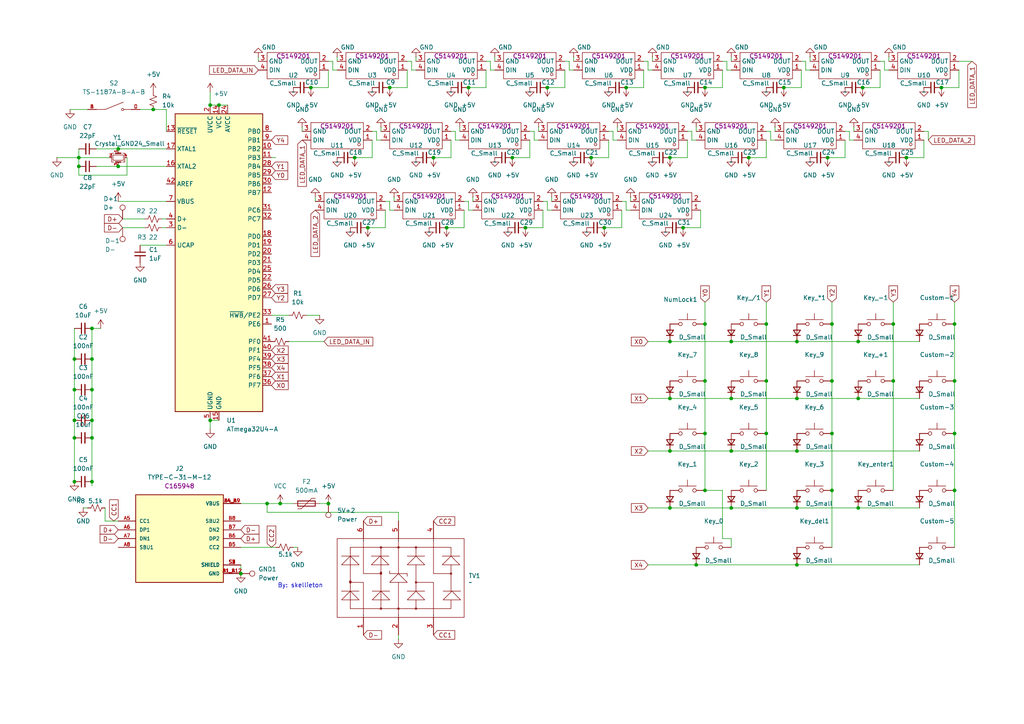
<source format=kicad_sch>
(kicad_sch (version 20231120) (generator "eeschema") (generator_version "8.0")
  (paper "A4")
  (junction (at 22.86 45.72))
  (junction (at 44.45 31.75))
  (junction (at 21.59 139.7))
  (junction (at 241.3 110.49))
  (junction (at 21.59 113.03))
  (junction (at 204.47 93.98))
  (junction (at 241.3 93.98))
  (junction (at 204.47 25.4))
  (junction (at 106.68 66.04))
  (junction (at 212.09 115.57))
  (junction (at 26.67 113.03))
  (junction (at 135.89 25.4))
  (junction (at 204.47 142.24))
  (junction (at 194.31 45.72))
  (junction (at 158.75 25.4))
  (junction (at 241.3 142.24))
  (junction (at 181.61 25.4))
  (junction (at 276.86 142.24))
  (junction (at 175.26 66.04))
  (junction (at 171.45 45.72))
  (junction (at 198.12 66.04))
  (junction (at 194.31 115.57))
  (junction (at 26.67 139.7))
  (junction (at 26.67 127))
  (junction (at 248.92 115.57))
  (junction (at 34.29 43.18))
  (junction (at 231.14 99.06))
  (junction (at 212.09 130.81))
  (junction (at 231.14 163.83))
  (junction (at 77.47 146.05))
  (junction (at 129.54 66.04))
  (junction (at 276.86 125.73))
  (junction (at 240.03 45.72))
  (junction (at 81.28 146.05))
  (junction (at 262.89 45.72))
  (junction (at 248.92 99.06))
  (junction (at 231.14 130.81))
  (junction (at 21.59 104.14))
  (junction (at 194.31 130.81))
  (junction (at 222.25 125.73))
  (junction (at 276.86 93.98))
  (junction (at 113.03 25.4))
  (junction (at 22.86 48.26))
  (junction (at 276.86 110.49))
  (junction (at 21.59 127))
  (junction (at 212.09 99.06))
  (junction (at 241.3 125.73))
  (junction (at 259.08 110.49))
  (junction (at 217.17 45.72))
  (junction (at 248.92 147.32))
  (junction (at 69.85 166.37))
  (junction (at 148.59 45.72))
  (junction (at 259.08 93.98))
  (junction (at 222.25 93.98))
  (junction (at 231.14 147.32))
  (junction (at 250.19 25.4))
  (junction (at 102.87 45.72))
  (junction (at 273.05 25.4))
  (junction (at 231.14 115.57))
  (junction (at 63.5 30.48))
  (junction (at 34.29 48.26))
  (junction (at 26.67 104.14))
  (junction (at 26.67 121.92))
  (junction (at 90.17 25.4))
  (junction (at 204.47 110.49))
  (junction (at 60.96 30.48))
  (junction (at 194.31 147.32))
  (junction (at 227.33 25.4))
  (junction (at 21.59 121.92))
  (junction (at 26.67 95.25))
  (junction (at 212.09 147.32))
  (junction (at 194.31 99.06))
  (junction (at 60.96 121.92))
  (junction (at 201.93 163.83))
  (junction (at 152.4 66.04))
  (junction (at 95.25 146.05))
  (junction (at 125.73 45.72))
  (junction (at 222.25 110.49))
  (junction (at 204.47 125.73))
  (wire (pts (xy 246.38 38.1) (xy 246.38 40.64)))
  (wire (pts (xy 157.48 58.42) (xy 158.75 58.42)))
  (wire (pts (xy 210.82 17.78) (xy 210.82 20.32)))
  (wire (pts (xy 175.26 66.04) (xy 180.34 66.04)))
  (wire (pts (xy 22.86 43.18) (xy 22.86 45.72)))
  (wire (pts (xy 34.29 48.26) (xy 48.26 48.26)))
  (wire (pts (xy 30.48 151.13) (xy 34.29 151.13)))
  (wire (pts (xy 187.96 147.32) (xy 194.31 147.32)))
  (wire (pts (xy 247.65 36.83) (xy 247.65 38.1)))
  (wire (pts (xy 171.45 45.72) (xy 176.53 45.72)))
  (wire (pts (xy 130.81 38.1) (xy 132.08 38.1)))
  (wire (pts (xy 222.25 38.1) (xy 223.52 38.1)))
  (wire (pts (xy 201.93 163.83) (xy 231.14 163.83)))
  (wire (pts (xy 26.67 95.25) (xy 29.21 95.25)))
  (wire (pts (xy 217.17 45.72) (xy 222.25 45.72)))
  (wire (pts (xy 60.96 121.92) (xy 63.5 121.92)))
  (wire (pts (xy 240.03 45.72) (xy 245.11 45.72)))
  (wire (pts (xy 119.38 20.32) (xy 120.65 20.32)))
  (wire (pts (xy 119.38 17.78) (xy 119.38 20.32)))
  (wire (pts (xy 130.81 45.72) (xy 130.81 40.64)))
  (wire (pts (xy 194.31 99.06) (xy 212.09 99.06)))
  (wire (pts (xy 27.94 43.18) (xy 34.29 43.18)))
  (wire (pts (xy 222.25 87.63) (xy 222.25 93.98)))
  (wire (pts (xy 114.3 57.15) (xy 114.3 58.42)))
  (wire (pts (xy 120.65 16.51) (xy 120.65 17.78)))
  (wire (pts (xy 259.08 87.63) (xy 259.08 93.98)))
  (wire (pts (xy 26.67 95.25) (xy 26.67 104.14)))
  (wire (pts (xy 113.03 25.4) (xy 118.11 25.4)))
  (wire (pts (xy 182.88 57.15) (xy 182.88 58.42)))
  (wire (pts (xy 199.39 45.72) (xy 199.39 40.64)))
  (wire (pts (xy 158.75 58.42) (xy 158.75 60.96)))
  (wire (pts (xy 180.34 66.04) (xy 180.34 60.96)))
  (wire (pts (xy 231.14 115.57) (xy 248.92 115.57)))
  (wire (pts (xy 107.95 45.72) (xy 107.95 40.64)))
  (wire (pts (xy 245.11 45.72) (xy 245.11 40.64)))
  (wire (pts (xy 60.96 30.48) (xy 63.5 30.48)))
  (wire (pts (xy 96.52 17.78) (xy 96.52 20.32)))
  (wire (pts (xy 209.55 25.4) (xy 209.55 20.32)))
  (wire (pts (xy 113.03 60.96) (xy 114.3 60.96)))
  (wire (pts (xy 96.52 20.32) (xy 97.79 20.32)))
  (wire (pts (xy 209.55 156.21) (xy 212.09 156.21)))
  (wire (pts (xy 231.14 99.06) (xy 248.92 99.06)))
  (wire (pts (xy 86.36 158.75) (xy 85.09 158.75)))
  (wire (pts (xy 92.71 146.05) (xy 95.25 146.05)))
  (wire (pts (xy 276.86 93.98) (xy 276.86 110.49)))
  (wire (pts (xy 107.95 38.1) (xy 109.22 38.1)))
  (wire (pts (xy 48.26 31.75) (xy 48.26 38.1)))
  (wire (pts (xy 153.67 38.1) (xy 154.94 38.1)))
  (wire (pts (xy 204.47 125.73) (xy 204.47 142.24)))
  (wire (pts (xy 222.25 93.98) (xy 222.25 110.49)))
  (wire (pts (xy 88.9 91.44) (xy 92.71 91.44)))
  (wire (pts (xy 203.2 66.04) (xy 203.2 60.96)))
  (wire (pts (xy 176.53 45.72) (xy 176.53 40.64)))
  (wire (pts (xy 142.24 20.32) (xy 143.51 20.32)))
  (wire (pts (xy 106.68 66.04) (xy 111.76 66.04)))
  (wire (pts (xy 204.47 142.24) (xy 209.55 142.24)))
  (wire (pts (xy 109.22 40.64) (xy 110.49 40.64)))
  (wire (pts (xy 113.03 58.42) (xy 113.03 60.96)))
  (wire (pts (xy 241.3 110.49) (xy 241.3 125.73)))
  (wire (pts (xy 16.51 45.72) (xy 22.86 45.72)))
  (wire (pts (xy 132.08 40.64) (xy 133.35 40.64)))
  (wire (pts (xy 46.99 63.5) (xy 48.26 63.5)))
  (wire (pts (xy 91.44 57.15) (xy 91.44 58.42)))
  (wire (pts (xy 148.59 45.72) (xy 153.67 45.72)))
  (wire (pts (xy 26.67 113.03) (xy 26.67 121.92)))
  (wire (pts (xy 248.92 147.32) (xy 266.7 147.32)))
  (wire (pts (xy 222.25 125.73) (xy 222.25 142.24)))
  (wire (pts (xy 24.13 147.32) (xy 25.4 147.32)))
  (wire (pts (xy 187.96 163.83) (xy 201.93 163.83)))
  (wire (pts (xy 194.31 130.81) (xy 212.09 130.81)))
  (wire (pts (xy 27.94 48.26) (xy 34.29 48.26)))
  (wire (pts (xy 77.47 148.59) (xy 77.47 146.05)))
  (wire (pts (xy 212.09 99.06) (xy 231.14 99.06)))
  (wire (pts (xy 154.94 40.64) (xy 156.21 40.64)))
  (wire (pts (xy 137.16 57.15) (xy 137.16 58.42)))
  (wire (pts (xy 232.41 25.4) (xy 232.41 20.32)))
  (wire (pts (xy 135.89 60.96) (xy 137.16 60.96)))
  (wire (pts (xy 187.96 115.57) (xy 194.31 115.57)))
  (wire (pts (xy 97.79 16.51) (xy 97.79 17.78)))
  (wire (pts (xy 60.96 121.92) (xy 60.96 124.46)))
  (wire (pts (xy 179.07 36.83) (xy 179.07 38.1)))
  (wire (pts (xy 21.59 104.14) (xy 21.59 113.03)))
  (wire (pts (xy 21.59 113.03) (xy 21.59 121.92)))
  (wire (pts (xy 111.76 66.04) (xy 111.76 60.96)))
  (wire (pts (xy 83.82 99.06) (xy 93.98 99.06)))
  (wire (pts (xy 176.53 38.1) (xy 177.8 38.1)))
  (wire (pts (xy 156.21 36.83) (xy 156.21 38.1)))
  (wire (pts (xy 186.69 17.78) (xy 187.96 17.78)))
  (wire (pts (xy 212.09 115.57) (xy 231.14 115.57)))
  (wire (pts (xy 157.48 66.04) (xy 157.48 60.96)))
  (wire (pts (xy 81.28 146.05) (xy 85.09 146.05)))
  (wire (pts (xy 224.79 36.83) (xy 224.79 38.1)))
  (wire (pts (xy 95.25 17.78) (xy 96.52 17.78)))
  (wire (pts (xy 186.69 25.4) (xy 186.69 20.32)))
  (wire (pts (xy 158.75 60.96) (xy 160.02 60.96)))
  (wire (pts (xy 26.67 121.92) (xy 26.67 127)))
  (wire (pts (xy 212.09 147.32) (xy 231.14 147.32)))
  (wire (pts (xy 158.75 25.4) (xy 163.83 25.4)))
  (wire (pts (xy 246.38 40.64) (xy 247.65 40.64)))
  (wire (pts (xy 63.5 30.48) (xy 66.04 30.48)))
  (wire (pts (xy 177.8 40.64) (xy 179.07 40.64)))
  (wire (pts (xy 118.11 17.78) (xy 119.38 17.78)))
  (wire (pts (xy 204.47 25.4) (xy 209.55 25.4)))
  (wire (pts (xy 22.86 45.72) (xy 22.86 48.26)))
  (wire (pts (xy 187.96 99.06) (xy 194.31 99.06)))
  (wire (pts (xy 163.83 25.4) (xy 163.83 20.32)))
  (wire (pts (xy 143.51 16.51) (xy 143.51 17.78)))
  (wire (pts (xy 40.64 71.12) (xy 48.26 71.12)))
  (wire (pts (xy 209.55 17.78) (xy 210.82 17.78)))
  (wire (pts (xy 241.3 93.98) (xy 241.3 110.49)))
  (wire (pts (xy 210.82 20.32) (xy 212.09 20.32)))
  (wire (pts (xy 36.83 50.8) (xy 22.86 50.8)))
  (wire (pts (xy 201.93 36.83) (xy 201.93 38.1)))
  (wire (pts (xy 80.01 45.72) (xy 78.74 45.72)))
  (wire (pts (xy 181.61 58.42) (xy 181.61 60.96)))
  (wire (pts (xy 194.31 115.57) (xy 212.09 115.57)))
  (wire (pts (xy 267.97 45.72) (xy 267.97 40.64)))
  (wire (pts (xy 20.32 31.75) (xy 25.4 31.75)))
  (wire (pts (xy 118.11 25.4) (xy 118.11 20.32)))
  (wire (pts (xy 165.1 20.32) (xy 166.37 20.32)))
  (wire (pts (xy 259.08 110.49) (xy 259.08 142.24)))
  (wire (pts (xy 278.13 25.4) (xy 278.13 20.32)))
  (wire (pts (xy 26.67 140.97) (xy 26.67 139.7)))
  (wire (pts (xy 233.68 20.32) (xy 234.95 20.32)))
  (wire (pts (xy 40.64 31.75) (xy 44.45 31.75)))
  (wire (pts (xy 22.86 48.26) (xy 22.86 50.8)))
  (wire (pts (xy 46.99 66.04) (xy 48.26 66.04)))
  (wire (pts (xy 135.89 58.42) (xy 135.89 60.96)))
  (wire (pts (xy 180.34 58.42) (xy 181.61 58.42)))
  (wire (pts (xy 69.85 163.83) (xy 69.85 166.37)))
  (wire (pts (xy 115.57 185.42) (xy 115.57 184.15)))
  (wire (pts (xy 200.66 38.1) (xy 200.66 40.64)))
  (wire (pts (xy 250.19 25.4) (xy 255.27 25.4)))
  (wire (pts (xy 194.31 147.32) (xy 212.09 147.32)))
  (wire (pts (xy 189.23 16.51) (xy 189.23 17.78)))
  (wire (pts (xy 212.09 156.21) (xy 212.09 158.75)))
  (wire (pts (xy 160.02 57.15) (xy 160.02 58.42)))
  (wire (pts (xy 187.96 130.81) (xy 194.31 130.81)))
  (wire (pts (xy 262.89 45.72) (xy 267.97 45.72)))
  (wire (pts (xy 248.92 99.06) (xy 266.7 99.06)))
  (wire (pts (xy 166.37 16.51) (xy 166.37 17.78)))
  (wire (pts (xy 256.54 20.32) (xy 257.81 20.32)))
  (wire (pts (xy 80.01 158.75) (xy 69.85 158.75)))
  (wire (pts (xy 177.8 38.1) (xy 177.8 40.64)))
  (wire (pts (xy 95.25 25.4) (xy 95.25 20.32)))
  (wire (pts (xy 154.94 38.1) (xy 154.94 40.64)))
  (wire (pts (xy 34.29 58.42) (xy 48.26 58.42)))
  (wire (pts (xy 21.59 95.25) (xy 21.59 104.14)))
  (wire (pts (xy 34.29 43.18) (xy 48.26 43.18)))
  (wire (pts (xy 134.62 58.42) (xy 135.89 58.42)))
  (wire (pts (xy 222.25 45.72) (xy 222.25 40.64)))
  (wire (pts (xy 255.27 25.4) (xy 255.27 20.32)))
  (wire (pts (xy 212.09 130.81) (xy 231.14 130.81)))
  (wire (pts (xy 69.85 146.05) (xy 77.47 146.05)))
  (wire (pts (xy 241.3 125.73) (xy 241.3 142.24)))
  (wire (pts (xy 222.25 110.49) (xy 222.25 125.73)))
  (wire (pts (xy 181.61 60.96) (xy 182.88 60.96)))
  (wire (pts (xy 256.54 17.78) (xy 256.54 20.32)))
  (wire (pts (xy 35.56 66.04) (xy 41.91 66.04)))
  (wire (pts (xy 276.86 125.73) (xy 276.86 142.24)))
  (wire (pts (xy 259.08 93.98) (xy 259.08 110.49)))
  (wire (pts (xy 78.74 91.44) (xy 83.82 91.44)))
  (wire (pts (xy 269.24 38.1) (xy 269.24 40.64)))
  (wire (pts (xy 22.86 45.72) (xy 31.75 45.72)))
  (wire (pts (xy 102.87 45.72) (xy 107.95 45.72)))
  (wire (pts (xy 132.08 38.1) (xy 132.08 40.64)))
  (wire (pts (xy 232.41 17.78) (xy 233.68 17.78)))
  (wire (pts (xy 248.92 115.57) (xy 266.7 115.57)))
  (wire (pts (xy 212.09 16.51) (xy 212.09 17.78)))
  (wire (pts (xy 187.96 20.32) (xy 189.23 20.32)))
  (wire (pts (xy 231.14 130.81) (xy 266.7 130.81)))
  (wire (pts (xy 135.89 25.4) (xy 140.97 25.4)))
  (wire (pts (xy 21.59 127) (xy 21.59 139.7)))
  (wire (pts (xy 231.14 163.83) (xy 266.7 163.83)))
  (wire (pts (xy 209.55 142.24) (xy 209.55 156.21)))
  (wire (pts (xy 194.31 45.72) (xy 199.39 45.72)))
  (wire (pts (xy 26.67 127) (xy 26.67 139.7)))
  (wire (pts (xy 245.11 38.1) (xy 246.38 38.1)))
  (wire (pts (xy 181.61 25.4) (xy 186.69 25.4)))
  (wire (pts (xy 26.67 104.14) (xy 26.67 113.03)))
  (wire (pts (xy 74.93 16.51) (xy 74.93 17.78)))
  (wire (pts (xy 204.47 110.49) (xy 204.47 125.73)))
  (wire (pts (xy 227.33 25.4) (xy 232.41 25.4)))
  (wire (pts (xy 273.05 25.4) (xy 278.13 25.4)))
  (wire (pts (xy 140.97 17.78) (xy 142.24 17.78)))
  (wire (pts (xy 241.3 142.24) (xy 241.3 158.75)))
  (wire (pts (xy 241.3 87.63) (xy 241.3 93.98)))
  (wire (pts (xy 223.52 40.64) (xy 224.79 40.64)))
  (wire (pts (xy 87.63 36.83) (xy 87.63 38.1)))
  (wire (pts (xy 204.47 93.98) (xy 204.47 110.49)))
  (wire (pts (xy 129.54 66.04) (xy 134.62 66.04)))
  (wire (pts (xy 187.96 17.78) (xy 187.96 20.32)))
  (wire (pts (xy 30.48 147.32) (xy 30.48 151.13)))
  (wire (pts (xy 152.4 66.04) (xy 157.48 66.04)))
  (wire (pts (xy 21.59 121.92) (xy 21.59 127)))
  (wire (pts (xy 142.24 17.78) (xy 142.24 20.32)))
  (wire (pts (xy 140.97 25.4) (xy 140.97 20.32)))
  (wire (pts (xy 109.22 38.1) (xy 109.22 40.64)))
  (wire (pts (xy 35.56 63.5) (xy 41.91 63.5)))
  (wire (pts (xy 255.27 17.78) (xy 256.54 17.78)))
  (wire (pts (xy 153.67 45.72) (xy 153.67 40.64)))
  (wire (pts (xy 276.86 142.24) (xy 276.86 158.75)))
  (wire (pts (xy 257.81 16.51) (xy 257.81 17.78)))
  (wire (pts (xy 90.17 25.4) (xy 95.25 25.4)))
  (wire (pts (xy 44.45 31.75) (xy 48.26 31.75)))
  (wire (pts (xy 115.57 148.59) (xy 77.47 148.59)))
  (wire (pts (xy 233.68 17.78) (xy 233.68 20.32)))
  (wire (pts (xy 231.14 147.32) (xy 248.92 147.32)))
  (wire (pts (xy 223.52 38.1) (xy 223.52 40.64)))
  (wire (pts (xy 198.12 66.04) (xy 203.2 66.04)))
  (wire (pts (xy 276.86 110.49) (xy 276.86 125.73)))
  (wire (pts (xy 133.35 36.83) (xy 133.35 38.1)))
  (wire (pts (xy 278.13 17.78) (xy 281.94 17.78)))
  (wire (pts (xy 165.1 17.78) (xy 165.1 20.32)))
  (wire (pts (xy 60.96 26.67) (xy 60.96 30.48)))
  (wire (pts (xy 111.76 58.42) (xy 113.03 58.42)))
  (wire (pts (xy 77.47 146.05) (xy 81.28 146.05)))
  (wire (pts (xy 199.39 38.1) (xy 200.66 38.1)))
  (wire (pts (xy 267.97 38.1) (xy 269.24 38.1)))
  (wire (pts (xy 115.57 151.13) (xy 115.57 148.59)))
  (wire (pts (xy 110.49 36.83) (xy 110.49 38.1)))
  (wire (pts (xy 276.86 87.63) (xy 276.86 93.98)))
  (wire (pts (xy 125.73 45.72) (xy 130.81 45.72)))
  (wire (pts (xy 234.95 16.51) (xy 234.95 17.78)))
  (wire (pts (xy 163.83 17.78) (xy 165.1 17.78)))
  (wire (pts (xy 36.83 45.72) (xy 36.83 50.8)))
  (wire (pts (xy 204.47 87.63) (xy 204.47 93.98)))
  (wire (pts (xy 134.62 66.04) (xy 134.62 60.96)))
  (wire (pts (xy 200.66 40.64) (xy 201.93 40.64)))
  (text "By: skellieton" (at 87.122 169.926 0) (effects (font (size 1.27 1.27))))
  (global_label "D+" (shape input) (at 69.85 156.21 0) (property "Intersheetrefs" "${INTERSHEET_REFS}" (effects (hide yes))))
  (global_label "LED_DATA_2" (shape input) (at 269.24 40.64 0) (property "Intersheetrefs" "${INTERSHEET_REFS}" (effects (hide yes))))
  (global_label "X2" (shape input) (at 187.96 130.81 180) (property "Intersheetrefs" "${INTERSHEET_REFS}" (effects (hide yes))))
  (global_label "Y2" (shape input) (at 78.74 86.36 0) (property "Intersheetrefs" "${INTERSHEET_REFS}" (effects (hide yes))))
  (global_label "X0" (shape input) (at 187.96 99.06 180) (property "Intersheetrefs" "${INTERSHEET_REFS}" (effects (hide yes))))
  (global_label "Y0" (shape input) (at 204.47 87.63 90) (property "Intersheetrefs" "${INTERSHEET_REFS}" (effects (hide yes))))
  (global_label "D+" (shape input) (at 35.56 63.5 180) (property "Intersheetrefs" "${INTERSHEET_REFS}" (effects (hide yes))))
  (global_label "LED_DATA_2" (shape input) (at 91.44 60.96 270) (property "Intersheetrefs" "${INTERSHEET_REFS}" (effects (hide yes))))
  (global_label "CC1" (shape input) (at 33.02 151.13 90) (property "Intersheetrefs" "${INTERSHEET_REFS}" (effects (hide yes))))
  (global_label "D+" (shape input) (at 105.41 151.13 0) (property "Intersheetrefs" "${INTERSHEET_REFS}" (effects (hide yes))))
  (global_label "X3" (shape input) (at 187.96 147.32 180) (property "Intersheetrefs" "${INTERSHEET_REFS}" (effects (hide yes))))
  (global_label "CC2" (shape input) (at 125.73 151.13 0) (property "Intersheetrefs" "${INTERSHEET_REFS}" (effects (hide yes))))
  (global_label "Y1" (shape input) (at 78.74 48.26 0) (property "Intersheetrefs" "${INTERSHEET_REFS}" (effects (hide yes))))
  (global_label "D-" (shape input) (at 34.29 156.21 180) (property "Intersheetrefs" "${INTERSHEET_REFS}" (effects (hide yes))))
  (global_label "Y4" (shape input) (at 276.86 87.63 90) (property "Intersheetrefs" "${INTERSHEET_REFS}" (effects (hide yes))))
  (global_label "LED_DATA_IN" (shape input) (at 74.93 20.32 180) (property "Intersheetrefs" "${INTERSHEET_REFS}" (effects (hide yes))))
  (global_label "Y3" (shape input) (at 78.74 83.82 0) (property "Intersheetrefs" "${INTERSHEET_REFS}" (effects (hide yes))))
  (global_label "D-" (shape input) (at 105.41 184.15 0) (property "Intersheetrefs" "${INTERSHEET_REFS}" (effects (hide yes))))
  (global_label "X4" (shape input) (at 187.96 163.83 180) (property "Intersheetrefs" "${INTERSHEET_REFS}" (effects (hide yes))))
  (global_label "X0" (shape input) (at 78.74 111.76 0) (property "Intersheetrefs" "${INTERSHEET_REFS}" (effects (hide yes))))
  (global_label "X1" (shape input) (at 187.96 115.57 180) (property "Intersheetrefs" "${INTERSHEET_REFS}" (effects (hide yes))))
  (global_label "X2" (shape input) (at 78.74 101.6 0) (property "Intersheetrefs" "${INTERSHEET_REFS}" (effects (hide yes))))
  (global_label "Y0" (shape input) (at 78.74 50.8 0) (property "Intersheetrefs" "${INTERSHEET_REFS}" (effects (hide yes))))
  (global_label "D-" (shape input) (at 69.85 153.67 0) (property "Intersheetrefs" "${INTERSHEET_REFS}" (effects (hide yes))))
  (global_label "CC2" (shape input) (at 78.74 158.75 90) (property "Intersheetrefs" "${INTERSHEET_REFS}" (effects (hide yes))))
  (global_label "LED_DATA_1" (shape input) (at 87.63 40.64 270) (property "Intersheetrefs" "${INTERSHEET_REFS}" (effects (hide yes))))
  (global_label "LED_DATA_1" (shape input) (at 281.94 17.78 270) (property "Intersheetrefs" "${INTERSHEET_REFS}" (effects (hide yes))))
  (global_label "X1" (shape input) (at 78.74 109.22 0) (property "Intersheetrefs" "${INTERSHEET_REFS}" (effects (hide yes))))
  (global_label "X3" (shape input) (at 78.74 104.14 0) (property "Intersheetrefs" "${INTERSHEET_REFS}" (effects (hide yes))))
  (global_label "D+" (shape input) (at 34.29 153.67 180) (property "Intersheetrefs" "${INTERSHEET_REFS}" (effects (hide yes))))
  (global_label "LED_DATA_IN" (shape input) (at 93.98 99.06 0) (property "Intersheetrefs" "${INTERSHEET_REFS}" (effects (hide yes))))
  (global_label "Y2" (shape input) (at 241.3 87.63 90) (property "Intersheetrefs" "${INTERSHEET_REFS}" (effects (hide yes))))
  (global_label "Y3" (shape input) (at 259.08 87.63 90) (property "Intersheetrefs" "${INTERSHEET_REFS}" (effects (hide yes))))
  (global_label "Y1" (shape input) (at 222.25 87.63 90) (property "Intersheetrefs" "${INTERSHEET_REFS}" (effects (hide yes))))
  (global_label "Y4" (shape input) (at 78.74 40.64 0) (property "Intersheetrefs" "${INTERSHEET_REFS}" (effects (hide yes))))
  (global_label "X4" (shape input) (at 78.74 106.68 0) (property "Intersheetrefs" "${INTERSHEET_REFS}" (effects (hide yes))))
  (global_label "CC1" (shape input) (at 125.73 184.15 0) (property "Intersheetrefs" "${INTERSHEET_REFS}" (effects (hide yes))))
  (global_label "D-" (shape input) (at 35.56 66.04 180) (property "Intersheetrefs" "${INTERSHEET_REFS}" (effects (hide yes))))
  (symbol (lib_id "power:+5V") (at 158.75 25.4 180) (unit 1)
    (property "Reference" "#PWR028" (effects (hide yes)))
    (property "Value" "+5V" (at 158.75 30.48 0))
    (property "Description" "Power symbol creates a global label with name \"+5V\"" (effects (hide yes)))
  )
  (symbol (lib_id "power:GND") (at 107.95 25.4 0) (unit 1)
    (property "Reference" "#PWR021" (effects (hide yes)))
    (property "Value" "GND" (at 107.95 30.48 0))
    (property "Description" "Power symbol creates a global label with name \"GND\" , ground" (effects (hide yes)))
  )
  (symbol (lib_id "Device:D_Small") (at 248.92 113.03 90) (unit 1)
    (property "Reference" "D12" (effects (hide yes)))
    (property "Value" "D_Small" (at 251.46 114.2999 90) (effects (justify right)))
    (property "Footprint" "Diode_SMD:D_SOD-123" (effects (hide yes)))
    (property "Description" "Diode, small symbol" (effects (hide yes)))
    (property "Sim.Device" "D" (effects (hide yes)))
    (property "Sim.Pins" "1=K 2=A" (effects (hide yes)))
  )
  (symbol (lib_id "power:+5V") (at 217.17 45.72 180) (unit 1)
    (property "Reference" "#PWR061" (effects (hide yes)))
    (property "Value" "+5V" (at 217.17 50.8 0))
    (property "Description" "Power symbol creates a global label with name \"+5V\"" (effects (hide yes)))
  )
  (symbol (lib_id "power:+5V") (at 90.17 25.4 180) (unit 1)
    (property "Reference" "#PWR018" (effects (hide yes)))
    (property "Value" "+5V" (at 90.17 30.48 0))
    (property "Description" "Power symbol creates a global label with name \"+5V\"" (effects (hide yes)))
  )
  (symbol (lib_id "power:GND") (at 74.93 16.51 180) (unit 1)
    (property "Reference" "#PWR014" (effects (hide yes)))
    (property "Value" "GND" (at 77.978 13.716 0))
    (property "Description" "Power symbol creates a global label with name \"GND\" , ground" (effects (hide yes)))
  )
  (symbol (lib_id "power:GND") (at 153.67 25.4 0) (unit 1)
    (property "Reference" "#PWR027" (effects (hide yes)))
    (property "Value" "GND" (at 153.67 30.48 0))
    (property "Description" "Power symbol creates a global label with name \"GND\" , ground" (effects (hide yes)))
  )
  (symbol (lib_id "MyLib:SK6812MINI-E_C5149201") (at 120.65 38.1 180) (unit 1)
    (property "Reference" "U12" (at 120.65 42.164 0))
    (property "Value" "~" (at 120.65 46.99 0))
    (property "Footprint" "MyLiB:MX-SK-E-Left_Right" (effects (hide yes)))
    (property "Datasheet" "https://atta.szlcsc.com/upload/public/pdf/source/20240708/7577C013CD62BC7D192EAA1AF5B38052.pdf" (effects (hide yes)))
    (property "Manufacturer Part" "SK6812MINI-E" (effects (hide yes)))
    (property "Manufacturer" "欧思科光电" (effects (hide yes)))
    (property "Supplier Part" "C5149201" (effects (hide yes)))
    (property "Supplier" "LCSC" (effects (hide yes)))
    (property "LCSC Part Name" "SK6812MINI-E" (effects (hide yes)))
    (property "LCSC" "C5149201" (at 120.65 36.576 0))
  )
  (symbol (lib_id "power:+5V") (at 125.73 45.72 180) (unit 1)
    (property "Reference" "#PWR049" (effects (hide yes)))
    (property "Value" "+5V" (at 125.73 50.8 0))
    (property "Description" "Power symbol creates a global label with name \"+5V\"" (effects (hide yes)))
  )
  (symbol (lib_id "Device:D_Small") (at 231.14 144.78 90) (unit 1)
    (property "Reference" "D14" (effects (hide yes)))
    (property "Value" "D_Small" (at 233.68 146.0499 90) (effects (justify right)))
    (property "Footprint" "Diode_SMD:D_SOD-123" (effects (hide yes)))
    (property "Description" "Diode, small symbol" (effects (hide yes)))
    (property "Sim.Device" "D" (effects (hide yes)))
    (property "Sim.Pins" "1=K 2=A" (effects (hide yes)))
  )
  (symbol (lib_id "Connector:TestPoint") (at 35.56 63.5 0) (unit 1)
    (property "Reference" "D+1" (at 29.972 57.658 0) (effects (justify left)))
    (property "Value" "D+" (at 29.972 60.198 0) (effects (justify left)))
    (property "Footprint" "TestPoint:TestPoint_Pad_1.0x1.0mm" (effects (hide yes)))
    (property "Description" "test point" (effects (hide yes)))
  )
  (symbol (lib_id "MyLib:SK6812MINI-E_C5149201") (at 147.32 58.42 180) (unit 1)
    (property "Reference" "U22" (at 147.32 62.484 0))
    (property "Value" "~" (at 147.32 67.31 0))
    (property "Footprint" "MyLiB:MX-SK-E-Left_Right" (effects (hide yes)))
    (property "Datasheet" "https://atta.szlcsc.com/upload/public/pdf/source/20240708/7577C013CD62BC7D192EAA1AF5B38052.pdf" (effects (hide yes)))
    (property "Manufacturer Part" "SK6812MINI-E" (effects (hide yes)))
    (property "Manufacturer" "欧思科光电" (effects (hide yes)))
    (property "Supplier Part" "C5149201" (effects (hide yes)))
    (property "Supplier" "LCSC" (effects (hide yes)))
    (property "LCSC Part Name" "SK6812MINI-E" (effects (hide yes)))
    (property "LCSC" "C5149201" (at 147.32 56.896 0))
  )
  (symbol (lib_id "Device:D_Small") (at 248.92 96.52 90) (unit 1)
    (property "Reference" "D11" (effects (hide yes)))
    (property "Value" "D_Small" (at 251.46 97.7899 90) (effects (justify right)))
    (property "Footprint" "Diode_SMD:D_SOD-123" (effects (hide yes)))
    (property "Description" "Diode, small symbol" (effects (hide yes)))
    (property "Sim.Device" "D" (effects (hide yes)))
    (property "Sim.Pins" "1=K 2=A" (effects (hide yes)))
  )
  (symbol (lib_id "power:+5V") (at 152.4 66.04 180) (unit 1)
    (property "Reference" "#PWR079" (effects (hide yes)))
    (property "Value" "+5V" (at 152.4 71.12 0))
    (property "Description" "Power symbol creates a global label with name \"+5V\"" (effects (hide yes)))
  )
  (symbol (lib_id "Switch:SW_Push") (at 271.78 125.73 0) (unit 1)
    (property "Reference" "Custom-3" (at 271.78 118.11 0))
    (property "Value" "SW_Push" (effects (hide yes)))
    (property "Footprint" "MX_keys:MX-Hotswap-1U" (effects (hide yes)))
    (property "Description" "Push button switch, generic, two pins" (effects (hide yes)))
  )
  (symbol (lib_id "MyLib:TYPE-C-31-M-12") (at 52.07 156.21 0) (unit 1)
    (property "Reference" "J2" (at 52.07 135.89 0))
    (property "Value" "TYPE-C-31-M-12" (at 52.07 138.43 0))
    (property "Footprint" "USB-C:HRO_TYPE-C-31-M-12" (effects (hide yes)))
    (property "MF" "HRO Electronics Co., Ltd." (effects (hide yes)))
    (property "MAXIMUM_PACKAGE_HEIGHT" "3.26 mm" (effects (hide yes)))
    (property "Package" "Package" (effects (hide yes)))
    (property "MANUFACTURER" "HRO Electronics Co., Ltd." (effects (hide yes)))
    (property "LCSC" "C165948" (at 52.07 140.97 0))
  )
  (symbol (lib_id "Device:C_Small") (at 123.19 45.72 90) (unit 1)
    (property "Reference" "C19" (at 125.984 44.196 90))
    (property "Value" "C_Small" (at 117.602 44.45 90))
    (property "Footprint" "Capacitor_SMD:C_0805_2012Metric" (effects (hide yes)))
    (property "Description" "Unpolarized capacitor, small symbol" (effects (hide yes)))
  )
  (symbol (lib_id "power:GND") (at 267.97 25.4 0) (unit 1)
    (property "Reference" "#PWR042" (effects (hide yes)))
    (property "Value" "GND" (at 267.97 30.48 0))
    (property "Description" "Power symbol creates a global label with name \"GND\" , ground" (effects (hide yes)))
  )
  (symbol (lib_id "power:GND") (at 179.07 36.83 180) (unit 1)
    (property "Reference" "#PWR056" (effects (hide yes)))
    (property "Value" "GND" (at 179.07 31.75 0))
    (property "Description" "Power symbol creates a global label with name \"GND\" , ground" (effects (hide yes)))
  )
  (symbol (lib_id "Device:R_Small_US") (at 44.45 29.21 0) (unit 1)
    (property "Reference" "R4" (at 46.99 27.9399 0) (effects (justify left)))
    (property "Value" "10k" (at 46.99 30.4799 0) (effects (justify left)))
    (property "Footprint" "Resistor_SMD:R_0805_2012Metric" (effects (hide yes)))
    (property "Description" "Resistor, small US symbol" (effects (hide yes)))
    (property "LCSC" "C17414" (effects (hide yes)))
  )
  (symbol (lib_id "Device:C_Small") (at 24.13 127 90) (unit 1)
    (property "Reference" "C26" (at 24.1363 120.65 90))
    (property "Value" "10uf" (at 24.1363 123.19 90))
    (property "Footprint" "Capacitor_SMD:C_0805_2012Metric" (effects (hide yes)))
    (property "Description" "Unpolarized capacitor, small symbol" (effects (hide yes)))
    (property "LCSC" "C15850" (effects (hide yes)))
  )
  (symbol (lib_id "Device:C_Small") (at 24.13 121.92 90) (unit 1)
    (property "Reference" "C4" (at 24.1363 115.57 90))
    (property "Value" "100nF" (at 24.1363 118.11 90))
    (property "Footprint" "Capacitor_SMD:C_0805_2012Metric" (effects (hide yes)))
    (property "Description" "Unpolarized capacitor, small symbol" (effects (hide yes)))
    (property "LCSC" "C49678" (effects (hide yes)))
  )
  (symbol (lib_id "Switch:SW_Push") (at 199.39 110.49 0) (unit 1)
    (property "Reference" "Key_7" (at 199.39 102.87 0))
    (property "Value" "SW_Push" (effects (hide yes)))
    (property "Footprint" "MX_keys:MX-Hotswap-1U" (effects (hide yes)))
    (property "Description" "Push button switch, generic, two pins" (effects (hide yes)))
  )
  (symbol (lib_id "power:+5V") (at 135.89 25.4 180) (unit 1)
    (property "Reference" "#PWR025" (effects (hide yes)))
    (property "Value" "+5V" (at 135.89 30.48 0))
    (property "Description" "Power symbol creates a global label with name \"+5V\"" (effects (hide yes)))
  )
  (symbol (lib_id "Switch:SW_Push") (at 254 110.49 0) (unit 1)
    (property "Reference" "Key_+1" (at 254 102.87 0))
    (property "Value" "SW_Push_U2" (effects (hide yes)))
    (property "Footprint" "Button_Switch_Keyboard:MX-Hotswap-2U-ReversedStabilizers" (effects (hide yes)))
    (property "Description" "Push button switch, generic, two pins" (effects (hide yes)))
  )
  (symbol (lib_id "Device:D_Small") (at 266.7 128.27 90) (unit 1)
    (property "Reference" "D19" (effects (hide yes)))
    (property "Value" "D_Small" (at 269.24 129.5399 90) (effects (justify right)))
    (property "Footprint" "Diode_SMD:D_SOD-123" (effects (hide yes)))
    (property "Description" "Diode, small symbol" (effects (hide yes)))
    (property "Sim.Device" "D" (effects (hide yes)))
    (property "Sim.Pins" "1=K 2=A" (effects (hide yes)))
  )
  (symbol (lib_id "power:+5V") (at 129.54 66.04 180) (unit 1)
    (property "Reference" "#PWR076" (effects (hide yes)))
    (property "Value" "+5V" (at 129.54 71.12 0))
    (property "Description" "Power symbol creates a global label with name \"+5V\"" (effects (hide yes)))
  )
  (symbol (lib_id "MyLib:SK6812MINI-E_C5149201") (at 101.6 58.42 180) (unit 1)
    (property "Reference" "U20" (at 101.6 62.484 0))
    (property "Value" "~" (at 101.6 67.31 0))
    (property "Footprint" "MyLiB:MX-SK-E-Right_Left" (effects (hide yes)))
    (property "Datasheet" "https://atta.szlcsc.com/upload/public/pdf/source/20240708/7577C013CD62BC7D192EAA1AF5B38052.pdf" (effects (hide yes)))
    (property "Manufacturer Part" "SK6812MINI-E" (effects (hide yes)))
    (property "Manufacturer" "欧思科光电" (effects (hide yes)))
    (property "Supplier Part" "C5149201" (effects (hide yes)))
    (property "Supplier" "LCSC" (effects (hide yes)))
    (property "LCSC Part Name" "SK6812MINI-E" (effects (hide yes)))
    (property "LCSC" "C5149201" (at 101.6 56.896 0))
  )
  (symbol (lib_id "Device:C_Small") (at 24.13 95.25 90) (unit 1)
    (property "Reference" "C6" (at 24.1363 88.9 90))
    (property "Value" "10uF" (at 24.1363 91.44 90))
    (property "Footprint" "Capacitor_SMD:C_0805_2012Metric" (effects (hide yes)))
    (property "Description" "Unpolarized capacitor, small symbol" (effects (hide yes)))
    (property "LCSC" "C15850" (effects (hide yes)))
  )
  (symbol (lib_id "Connector:TestPoint") (at 95.25 146.05 180) (unit 1)
    (property "Reference" "5V+2" (at 97.79 148.0819 0) (effects (justify right)))
    (property "Value" "Power" (at 97.79 150.6219 0) (effects (justify right)))
    (property "Footprint" "TestPoint:TestPoint_Pad_1.0x1.0mm" (effects (hide yes)))
    (property "Description" "test point" (effects (hide yes)))
  )
  (symbol (lib_id "power:GND") (at 91.44 57.15 180) (unit 1)
    (property "Reference" "#PWR071" (effects (hide yes)))
    (property "Value" "GND" (at 91.44 52.07 0))
    (property "Description" "Power symbol creates a global label with name \"GND\" , ground" (effects (hide yes)))
  )
  (symbol (lib_id "Device:C_Small") (at 260.35 45.72 90) (unit 1)
    (property "Reference" "C25" (at 263.144 44.196 90))
    (property "Value" "C_Small" (at 254.762 44.45 90))
    (property "Footprint" "Capacitor_SMD:C_0805_2012Metric" (effects (hide yes)))
    (property "Description" "Unpolarized capacitor, small symbol" (effects (hide yes)))
  )
  (symbol (lib_id "power:+5V") (at 204.47 25.4 180) (unit 1)
    (property "Reference" "#PWR034" (effects (hide yes)))
    (property "Value" "+5V" (at 204.47 30.48 0))
    (property "Description" "Power symbol creates a global label with name \"+5V\"" (effects (hide yes)))
  )
  (symbol (lib_id "power:GND") (at 120.65 45.72 0) (unit 1)
    (property "Reference" "#PWR048" (effects (hide yes)))
    (property "Value" "GND" (at 120.65 50.8 0))
    (property "Description" "Power symbol creates a global label with name \"GND\" , ground" (effects (hide yes)))
  )
  (symbol (lib_id "Device:C_Small") (at 25.4 48.26 270) (unit 1)
    (property "Reference" "C8" (at 25.4 51.562 90))
    (property "Value" "22pF" (at 25.4 54.102 90))
    (property "Footprint" "Capacitor_SMD:C_0805_2012Metric" (effects (hide yes)))
    (property "Description" "Unpolarized capacitor, small symbol" (effects (hide yes)))
    (property "LSCS" "C1804" (effects (hide yes)))
  )
  (symbol (lib_id "power:GND") (at 115.57 185.42 0) (unit 1)
    (property "Reference" "#PWR013" (effects (hide yes)))
    (property "Value" "GND" (at 115.57 190.5 0))
    (property "Description" "Power symbol creates a global label with name \"GND\" , ground" (effects (hide yes)))
  )
  (symbol (lib_id "power:GND") (at 101.6 66.04 0) (unit 1)
    (property "Reference" "#PWR072" (effects (hide yes)))
    (property "Value" "GND" (at 101.6 71.12 0))
    (property "Description" "Power symbol creates a global label with name \"GND\" , ground" (effects (hide yes)))
  )
  (symbol (lib_id "Device:C_Small") (at 110.49 25.4 90) (unit 1)
    (property "Reference" "C9" (at 113.284 23.876 90))
    (property "Value" "C_Small" (at 104.902 24.13 90))
    (property "Footprint" "Capacitor_SMD:C_0805_2012Metric" (effects (hide yes)))
    (property "Description" "Unpolarized capacitor, small symbol" (effects (hide yes)))
  )
  (symbol (lib_id "Device:D_Small") (at 201.93 161.29 90) (unit 1)
    (property "Reference" "D21" (effects (hide yes)))
    (property "Value" "D_Small" (at 204.47 162.5599 90) (effects (justify right)))
    (property "Footprint" "Diode_SMD:D_SOD-123" (effects (hide yes)))
    (property "Description" "Diode, small symbol" (effects (hide yes)))
    (property "Sim.Device" "D" (effects (hide yes)))
    (property "Sim.Pins" "1=K 2=A" (effects (hide yes)))
  )
  (symbol (lib_id "power:GND") (at 156.21 36.83 180) (unit 1)
    (property "Reference" "#PWR053" (effects (hide yes)))
    (property "Value" "GND" (at 156.21 31.75 0))
    (property "Description" "Power symbol creates a global label with name \"GND\" , ground" (effects (hide yes)))
  )
  (symbol (lib_id "Device:C_Small") (at 172.72 66.04 90) (unit 1)
    (property "Reference" "C30" (at 175.514 64.516 90))
    (property "Value" "C_Small" (at 167.132 64.77 90))
    (property "Footprint" "Capacitor_SMD:C_0805_2012Metric" (effects (hide yes)))
    (property "Description" "Unpolarized capacitor, small symbol" (effects (hide yes)))
  )
  (symbol (lib_id "Device:C_Small") (at 87.63 25.4 90) (unit 1)
    (property "Reference" "C10" (at 90.424 23.876 90))
    (property "Value" "C_Small" (at 82.042 24.13 90))
    (property "Footprint" "Capacitor_SMD:C_0805_2012Metric" (effects (hide yes)))
    (property "Description" "Unpolarized capacitor, small symbol" (effects (hide yes)))
    (property "LCSC" "C49678" (effects (hide yes)))
  )
  (symbol (lib_id "MyLib:SK6812MINI-E_C5149201") (at 189.23 38.1 180) (unit 1)
    (property "Reference" "U15" (at 189.23 42.164 0))
    (property "Value" "~" (at 189.23 46.99 0))
    (property "Footprint" "MyLiB:MX-SK-E-Left_Right" (effects (hide yes)))
    (property "Datasheet" "https://atta.szlcsc.com/upload/public/pdf/source/20240708/7577C013CD62BC7D192EAA1AF5B38052.pdf" (effects (hide yes)))
    (property "Manufacturer Part" "SK6812MINI-E" (effects (hide yes)))
    (property "Manufacturer" "欧思科光电" (effects (hide yes)))
    (property "Supplier Part" "C5149201" (effects (hide yes)))
    (property "Supplier" "LCSC" (effects (hide yes)))
    (property "LCSC Part Name" "SK6812MINI-E" (effects (hide yes)))
    (property "LCSC" "C5149201" (at 189.23 36.576 0))
  )
  (symbol (lib_id "power:GND") (at 97.79 16.51 180) (unit 1)
    (property "Reference" "#PWR020" (effects (hide yes)))
    (property "Value" "GND" (at 100.838 13.716 0))
    (property "Description" "Power symbol creates a global label with name \"GND\" , ground" (effects (hide yes)))
  )
  (symbol (lib_id "Device:D_Small") (at 248.92 144.78 90) (unit 1)
    (property "Reference" "D16" (effects (hide yes)))
    (property "Value" "D_Small" (at 251.46 146.0499 90) (effects (justify right)))
    (property "Footprint" "Diode_SMD:D_SOD-123" (effects (hide yes)))
    (property "Description" "Diode, small symbol" (effects (hide yes)))
    (property "Sim.Device" "D" (effects (hide yes)))
    (property "Sim.Pins" "1=K 2=A" (effects (hide yes)))
  )
  (symbol (lib_id "power:GND") (at 40.64 76.2 0) (unit 1)
    (property "Reference" "#PWR04" (effects (hide yes)))
    (property "Value" "GND" (at 40.64 81.28 0))
    (property "Description" "Power symbol creates a global label with name \"GND\" , ground" (effects (hide yes)))
  )
  (symbol (lib_id "Device:D_Small") (at 231.14 113.03 90) (unit 1)
    (property "Reference" "D10" (effects (hide yes)))
    (property "Value" "D_Small" (at 233.68 114.2999 90) (effects (justify right)))
    (property "Footprint" "Diode_SMD:D_SOD-123" (effects (hide yes)))
    (property "Description" "Diode, small symbol" (effects (hide yes)))
    (property "Sim.Device" "D" (effects (hide yes)))
    (property "Sim.Pins" "1=K 2=A" (effects (hide yes)))
  )
  (symbol (lib_id "power:GND") (at 160.02 57.15 180) (unit 1)
    (property "Reference" "#PWR080" (effects (hide yes)))
    (property "Value" "GND" (at 160.02 52.07 0))
    (property "Description" "Power symbol creates a global label with name \"GND\" , ground" (effects (hide yes)))
  )
  (symbol (lib_id "Switch:SW_Push") (at 236.22 110.49 0) (unit 1)
    (property "Reference" "Key_9" (at 236.22 102.87 0))
    (property "Value" "SW_Push" (effects (hide yes)))
    (property "Footprint" "MX_keys:MX-Hotswap-1U" (effects (hide yes)))
    (property "Description" "Push button switch, generic, two pins" (effects (hide yes)))
  )
  (symbol (lib_id "MyLib:SK6812MINI-E_C5149201") (at 212.09 38.1 180) (unit 1)
    (property "Reference" "U16" (at 212.09 42.164 0))
    (property "Value" "~" (at 212.09 46.99 0))
    (property "Footprint" "MyLiB:MX-SK-E-Right_Left" (effects (hide yes)))
    (property "Datasheet" "https://atta.szlcsc.com/upload/public/pdf/source/20240708/7577C013CD62BC7D192EAA1AF5B38052.pdf" (effects (hide yes)))
    (property "Manufacturer Part" "SK6812MINI-E" (effects (hide yes)))
    (property "Manufacturer" "欧思科光电" (effects (hide yes)))
    (property "Supplier Part" "C5149201" (effects (hide yes)))
    (property "Supplier" "LCSC" (effects (hide yes)))
    (property "LCSC Part Name" "SK6812MINI-E" (effects (hide yes)))
    (property "LCSC" "C5149201" (at 212.09 36.576 0))
  )
  (symbol (lib_id "power:GND") (at 201.93 36.83 180) (unit 1)
    (property "Reference" "#PWR059" (effects (hide yes)))
    (property "Value" "GND" (at 201.93 31.75 0))
    (property "Description" "Power symbol creates a global label with name \"GND\" , ground" (effects (hide yes)))
  )
  (symbol (lib_id "power:GND") (at 60.96 124.46 0) (unit 1)
    (property "Reference" "#PWR02" (effects (hide yes)))
    (property "Value" "GND" (at 60.96 129.54 0))
    (property "Description" "Power symbol creates a global label with name \"GND\" , ground" (effects (hide yes)))
  )
  (symbol (lib_id "Switch:SW_Push") (at 254 93.98 0) (unit 1)
    (property "Reference" "Key_-1" (at 254 86.36 0))
    (property "Value" "SW_Push" (effects (hide yes)))
    (property "Footprint" "MX_keys:MX-Hotswap-1U" (effects (hide yes)))
    (property "Description" "Push button switch, generic, two pins" (effects (hide yes)))
  )
  (symbol (lib_id "power:GND") (at 166.37 16.51 180) (unit 1)
    (property "Reference" "#PWR029" (effects (hide yes)))
    (property "Value" "GND" (at 169.418 13.716 0))
    (property "Description" "Power symbol creates a global label with name \"GND\" , ground" (effects (hide yes)))
  )
  (symbol (lib_id "power:+5V") (at 171.45 45.72 180) (unit 1)
    (property "Reference" "#PWR055" (effects (hide yes)))
    (property "Value" "+5V" (at 171.45 50.8 0))
    (property "Description" "Power symbol creates a global label with name \"+5V\"" (effects (hide yes)))
  )
  (symbol (lib_id "Device:R_Small_US") (at 27.94 147.32 90) (unit 1)
    (property "Reference" "R8" (at 23.368 145.288 90))
    (property "Value" "5.1k" (at 27.686 145.288 90))
    (property "Footprint" "Resistor_SMD:R_0805_2012Metric" (effects (hide yes)))
    (property "Description" "Resistor, small US symbol" (effects (hide yes)))
    (property "LCSC" "C27834" (effects (hide yes)))
  )
  (symbol (lib_id "MyLib:SK6812MINI-E_C5149201") (at 107.95 17.78 180) (unit 1)
    (property "Reference" "U3" (at 107.95 21.844 0))
    (property "Value" "~" (at 107.95 26.67 0))
    (property "Footprint" "MyLiB:MX-SK-E-Left_Right" (effects (hide yes)))
    (property "Datasheet" "https://atta.szlcsc.com/upload/public/pdf/source/20240708/7577C013CD62BC7D192EAA1AF5B38052.pdf" (effects (hide yes)))
    (property "Manufacturer Part" "SK6812MINI-E" (effects (hide yes)))
    (property "Manufacturer" "欧思科光电" (effects (hide yes)))
    (property "Supplier Part" "C5149201" (effects (hide yes)))
    (property "Supplier" "LCSC" (effects (hide yes)))
    (property "LCSC Part Name" "SK6812MINI-E" (effects (hide yes)))
    (property "LCSC" "C5149201" (at 107.95 16.256 0))
  )
  (symbol (lib_id "MCU_Microchip_ATmega:ATmega32U4-A") (at 63.5 76.2 0) (unit 1)
    (property "Reference" "U1" (at 65.6941 121.92 0) (effects (justify left)))
    (property "Value" "ATmega32U4-A" (at 65.6941 124.46 0) (effects (justify left)))
    (property "Footprint" "Package_QFP:TQFP-44_10x10mm_P0.8mm" (effects (hide yes)))
    (property "Datasheet" "http://ww1.microchip.com/downloads/en/DeviceDoc/Atmel-7766-8-bit-AVR-ATmega16U4-32U4_Datasheet.pdf" (effects (hide yes)))
    (property "Description" "16MHz, 32kB Flash, 2.5kB SRAM, 1kB EEPROM, USB 2.0, TQFP-44" (effects (hide yes)))
  )
  (symbol (lib_id "Device:C_Small") (at 100.33 45.72 90) (unit 1)
    (property "Reference" "C18" (at 103.124 44.196 90))
    (property "Value" "C_Small" (at 94.742 44.45 90))
    (property "Footprint" "Capacitor_SMD:C_0805_2012Metric" (effects (hide yes)))
    (property "Description" "Unpolarized capacitor, small symbol" (effects (hide yes)))
  )
  (symbol (lib_id "Device:C_Small") (at 24.13 113.03 90) (unit 1)
    (property "Reference" "C3" (at 24.1363 106.68 90))
    (property "Value" "100nF" (at 24.1363 109.22 90))
    (property "Footprint" "Capacitor_SMD:C_0805_2012Metric" (effects (hide yes)))
    (property "Description" "Unpolarized capacitor, small symbol" (effects (hide yes)))
    (property "LCSC" "C49678" (effects (hide yes)))
  )
  (symbol (lib_id "power:GND") (at 69.85 166.37 0) (unit 1)
    (property "Reference" "#PWR017" (effects (hide yes)))
    (property "Value" "GND" (at 69.85 171.45 0))
    (property "Description" "Power symbol creates a global label with name \"GND\" , ground" (effects (hide yes)))
  )
  (symbol (lib_id "Connector:TestPoint") (at 35.56 66.04 180) (unit 1)
    (property "Reference" "D-1" (at 30.48 69.85 0) (effects (justify right)))
    (property "Value" "D-" (at 30.48 72.39 0) (effects (justify right)))
    (property "Footprint" "TestPoint:TestPoint_Pad_1.0x1.0mm" (effects (hide yes)))
    (property "Description" "test point" (effects (hide yes)))
  )
  (symbol (lib_id "power:GND") (at 166.37 45.72 0) (unit 1)
    (property "Reference" "#PWR054" (effects (hide yes)))
    (property "Value" "GND" (at 166.37 50.8 0))
    (property "Description" "Power symbol creates a global label with name \"GND\" , ground" (effects (hide yes)))
  )
  (symbol (lib_id "Switch:SW_Push") (at 271.78 158.75 0) (unit 1)
    (property "Reference" "Custom-5" (at 271.78 151.13 0))
    (property "Value" "SW_Push" (effects (hide yes)))
    (property "Footprint" "MX_keys:MX-Hotswap-1U" (effects (hide yes)))
    (property "Description" "Push button switch, generic, two pins" (effects (hide yes)))
  )
  (symbol (lib_id "power:GND") (at 137.16 57.15 180) (unit 1)
    (property "Reference" "#PWR077" (effects (hide yes)))
    (property "Value" "GND" (at 137.16 52.07 0))
    (property "Description" "Power symbol creates a global label with name \"GND\" , ground" (effects (hide yes)))
  )
  (symbol (lib_id "Device:C_Small") (at 149.86 66.04 90) (unit 1)
    (property "Reference" "C29" (at 152.654 64.516 90))
    (property "Value" "C_Small" (at 144.272 64.77 90))
    (property "Footprint" "Capacitor_SMD:C_0805_2012Metric" (effects (hide yes)))
    (property "Description" "Unpolarized capacitor, small symbol" (effects (hide yes)))
  )
  (symbol (lib_id "MyLib:SK6812MINI-E_C5149201") (at 199.39 17.78 180) (unit 1)
    (property "Reference" "U7" (at 199.39 21.844 0))
    (property "Value" "~" (at 199.39 26.67 0))
    (property "Footprint" "MyLiB:MX-SK-E-Right_Left" (effects (hide yes)))
    (property "Datasheet" "https://atta.szlcsc.com/upload/public/pdf/source/20240708/7577C013CD62BC7D192EAA1AF5B38052.pdf" (effects (hide yes)))
    (property "Manufacturer Part" "SK6812MINI-E" (effects (hide yes)))
    (property "Manufacturer" "欧思科光电" (effects (hide yes)))
    (property "Supplier Part" "C5149201" (effects (hide yes)))
    (property "Supplier" "LCSC" (effects (hide yes)))
    (property "LCSC Part Name" "SK6812MINI-E" (effects (hide yes)))
    (property "LCSC" "C5149201" (at 199.39 16.256 0))
  )
  (symbol (lib_id "MyLib:SK6812MINI-E_C5149201") (at 234.95 38.1 180) (unit 1)
    (property "Reference" "U17" (at 234.95 42.164 0))
    (property "Value" "~" (at 234.95 46.99 0))
    (property "Footprint" "MyLiB:MX-SK-E-Right_Left" (effects (hide yes)))
    (property "Datasheet" "https://atta.szlcsc.com/upload/public/pdf/source/20240708/7577C013CD62BC7D192EAA1AF5B38052.pdf" (effects (hide yes)))
    (property "Manufacturer Part" "SK6812MINI-E" (effects (hide yes)))
    (property "Manufacturer" "欧思科光电" (effects (hide yes)))
    (property "Supplier Part" "C5149201" (effects (hide yes)))
    (property "Supplier" "LCSC" (effects (hide yes)))
    (property "LCSC Part Name" "SK6812MINI-E" (effects (hide yes)))
    (property "LCSC" "C5149201" (at 234.95 36.576 0))
  )
  (symbol (lib_id "power:GND") (at 189.23 16.51 180) (unit 1)
    (property "Reference" "#PWR032" (effects (hide yes)))
    (property "Value" "GND" (at 192.278 13.716 0))
    (property "Description" "Power symbol creates a global label with name \"GND\" , ground" (effects (hide yes)))
  )
  (symbol (lib_id "Device:D_Small") (at 212.09 128.27 90) (unit 1)
    (property "Reference" "D7" (effects (hide yes)))
    (property "Value" "D_Small" (at 214.63 129.5399 90) (effects (justify right)))
    (property "Footprint" "Diode_SMD:D_SOD-123" (effects (hide yes)))
    (property "Description" "Diode, small symbol" (effects (hide yes)))
    (property "Sim.Device" "D" (effects (hide yes)))
    (property "Sim.Pins" "1=K 2=A" (effects (hide yes)))
  )
  (symbol (lib_id "MyLib:SK6812MINI-E_C5149201") (at 245.11 17.78 180) (unit 1)
    (property "Reference" "U9" (at 245.11 21.844 0))
    (property "Value" "~" (at 245.11 26.67 0))
    (property "Footprint" "MyLiB:MX-SK-E-Right_Left" (effects (hide yes)))
    (property "Datasheet" "https://atta.szlcsc.com/upload/public/pdf/source/20240708/7577C013CD62BC7D192EAA1AF5B38052.pdf" (effects (hide yes)))
    (property "Manufacturer Part" "SK6812MINI-E" (effects (hide yes)))
    (property "Manufacturer" "欧思科光电" (effects (hide yes)))
    (property "Supplier Part" "C5149201" (effects (hide yes)))
    (property "Supplier" "LCSC" (effects (hide yes)))
    (property "LCSC Part Name" "SK6812MINI-E" (effects (hide yes)))
    (property "LCSC" "C5149201" (at 245.11 16.256 0))
  )
  (symbol (lib_id "power:GND") (at 257.81 45.72 0) (unit 1)
    (property "Reference" "#PWR066" (effects (hide yes)))
    (property "Value" "GND" (at 257.81 50.8 0))
    (property "Description" "Power symbol creates a global label with name \"GND\" , ground" (effects (hide yes)))
  )
  (symbol (lib_id "power:GND") (at 87.63 36.83 180) (unit 1)
    (property "Reference" "#PWR044" (effects (hide yes)))
    (property "Value" "GND" (at 87.63 31.75 0))
    (property "Description" "Power symbol creates a global label with name \"GND\" , ground" (effects (hide yes)))
  )
  (symbol (lib_id "power:+5V") (at 106.68 66.04 180) (unit 1)
    (property "Reference" "#PWR073" (effects (hide yes)))
    (property "Value" "+5V" (at 106.68 71.12 0))
    (property "Description" "Power symbol creates a global label with name \"+5V\"" (effects (hide yes)))
  )
  (symbol (lib_id "Device:C_Small") (at 24.13 139.7 90) (unit 1)
    (property "Reference" "C5" (at 24.1363 133.35 90))
    (property "Value" "100nF" (at 24.1363 135.89 90))
    (property "Footprint" "Capacitor_SMD:C_0805_2012Metric" (effects (hide yes)))
    (property "Description" "Unpolarized capacitor, small symbol" (effects (hide yes)))
    (property "LSCS" "C49678" (effects (hide yes)))
  )
  (symbol (lib_id "power:GND") (at 234.95 16.51 180) (unit 1)
    (property "Reference" "#PWR038" (effects (hide yes)))
    (property "Value" "GND" (at 237.998 13.716 0))
    (property "Description" "Power symbol creates a global label with name \"GND\" , ground" (effects (hide yes)))
  )
  (symbol (lib_id "Device:D_Small") (at 194.31 144.78 90) (unit 1)
    (property "Reference" "D6" (effects (hide yes)))
    (property "Value" "D_Small" (at 196.85 146.0499 90) (effects (justify right)))
    (property "Footprint" "Diode_SMD:D_SOD-123" (effects (hide yes)))
    (property "Description" "Diode, small symbol" (effects (hide yes)))
    (property "Sim.Device" "D" (effects (hide yes)))
    (property "Sim.Pins" "1=K 2=A" (effects (hide yes)))
  )
  (symbol (lib_id "Device:C_Small") (at 24.13 104.14 90) (unit 1)
    (property "Reference" "C2" (at 24.1363 97.79 90))
    (property "Value" "100nF" (at 24.1363 100.33 90))
    (property "Footprint" "Capacitor_SMD:C_0805_2012Metric" (effects (hide yes)))
    (property "Description" "Unpolarized capacitor, small symbol" (effects (hide yes)))
    (property "LCSC" "C49678" (effects (hide yes)))
  )
  (symbol (lib_id "power:+5V") (at 102.87 45.72 180) (unit 1)
    (property "Reference" "#PWR046" (effects (hide yes)))
    (property "Value" "+5V" (at 102.87 50.8 0))
    (property "Description" "Power symbol creates a global label with name \"+5V\"" (effects (hide yes)))
  )
  (symbol (lib_id "Device:D_Small") (at 231.14 161.29 90) (unit 1)
    (property "Reference" "D23" (effects (hide yes)))
    (property "Value" "D_Small" (at 233.68 162.5599 90) (effects (justify right)))
    (property "Footprint" "Diode_SMD:D_SOD-123" (effects (hide yes)))
    (property "Description" "Diode, small symbol" (effects (hide yes)))
    (property "Sim.Device" "D" (effects (hide yes)))
    (property "Sim.Pins" "1=K 2=A" (effects (hide yes)))
  )
  (symbol (lib_id "Device:D_Small") (at 194.31 113.03 90) (unit 1)
    (property "Reference" "D3" (effects (hide yes)))
    (property "Value" "D_Small" (at 196.85 114.2999 90) (effects (justify right)))
    (property "Footprint" "Diode_SMD:D_SOD-123" (effects (hide yes)))
    (property "Description" "Diode, small symbol" (effects (hide yes)))
    (property "Sim.Device" "D" (effects (hide yes)))
    (property "Sim.Pins" "1=K 2=A" (effects (hide yes)))
  )
  (symbol (lib_id "power:+5V") (at 227.33 25.4 180) (unit 1)
    (property "Reference" "#PWR037" (effects (hide yes)))
    (property "Value" "+5V" (at 227.33 30.48 0))
    (property "Description" "Power symbol creates a global label with name \"+5V\"" (effects (hide yes)))
  )
  (symbol (lib_id "Device:D_Small") (at 212.09 144.78 90) (unit 1)
    (property "Reference" "D8" (effects (hide yes)))
    (property "Value" "D_Small" (at 214.63 146.0499 90) (effects (justify right)))
    (property "Footprint" "Diode_SMD:D_SOD-123" (effects (hide yes)))
    (property "Description" "Diode, small symbol" (effects (hide yes)))
    (property "Sim.Device" "D" (effects (hide yes)))
    (property "Sim.Pins" "1=K 2=A" (effects (hide yes)))
  )
  (symbol (lib_id "power:+5V") (at 95.25 146.05 0) (unit 1)
    (property "Reference" "#PWR016" (effects (hide yes)))
    (property "Value" "+5V" (at 95.25 140.97 0))
    (property "Description" "Power symbol creates a global label with name \"+5V\"" (effects (hide yes)))
  )
  (symbol (lib_id "MyLib:SK6812MINI-E_C5149201") (at 193.04 58.42 180) (unit 1)
    (property "Reference" "U24" (at 193.04 62.484 0))
    (property "Value" "~" (at 193.04 67.31 0))
    (property "Footprint" "MyLiB:MX-SK-E-Left_Right" (effects (hide yes)))
    (property "Datasheet" "https://atta.szlcsc.com/upload/public/pdf/source/20240708/7577C013CD62BC7D192EAA1AF5B38052.pdf" (effects (hide yes)))
    (property "Manufacturer Part" "SK6812MINI-E" (effects (hide yes)))
    (property "Manufacturer" "欧思科光电" (effects (hide yes)))
    (property "Supplier Part" "C5149201" (effects (hide yes)))
    (property "Supplier" "LCSC" (effects (hide yes)))
    (property "LCSC Part Name" "SK6812MINI-E" (effects (hide yes)))
    (property "LCSC" "C5149201" (at 193.04 56.896 0))
  )
  (symbol (lib_id "power:GND") (at 212.09 45.72 0) (unit 1)
    (property "Reference" "#PWR060" (effects (hide yes)))
    (property "Value" "GND" (at 212.09 50.8 0))
    (property "Description" "Power symbol creates a global label with name \"GND\" , ground" (effects (hide yes)))
  )
  (symbol (lib_id "Device:C_Small") (at 195.58 66.04 90) (unit 1)
    (property "Reference" "C31" (at 198.374 64.516 90))
    (property "Value" "C_Small" (at 189.992 64.77 90))
    (property "Footprint" "Capacitor_SMD:C_0805_2012Metric" (effects (hide yes)))
    (property "Description" "Unpolarized capacitor, small symbol" (effects (hide yes)))
  )
  (symbol (lib_id "power:GND") (at 199.39 25.4 0) (unit 1)
    (property "Reference" "#PWR033" (effects (hide yes)))
    (property "Value" "GND" (at 199.39 30.48 0))
    (property "Description" "Power symbol creates a global label with name \"GND\" , ground" (effects (hide yes)))
  )
  (symbol (lib_id "MyLib:SK6812MINI-E_C5149201") (at 267.97 17.78 180) (unit 1)
    (property "Reference" "U10" (at 267.97 21.844 0))
    (property "Value" "~" (at 267.97 26.67 0))
    (property "Footprint" "MyLiB:MX-SK-E-Right_Left" (effects (hide yes)))
    (property "Datasheet" "https://atta.szlcsc.com/upload/public/pdf/source/20240708/7577C013CD62BC7D192EAA1AF5B38052.pdf" (effects (hide yes)))
    (property "Manufacturer Part" "SK6812MINI-E" (effects (hide yes)))
    (property "Manufacturer" "欧思科光电" (effects (hide yes)))
    (property "Supplier Part" "C5149201" (effects (hide yes)))
    (property "Supplier" "LCSC" (effects (hide yes)))
    (property "LCSC Part Name" "SK6812MINI-E" (effects (hide yes)))
    (property "LCSC" "C5149201" (at 267.97 16.256 0))
  )
  (symbol (lib_id "Device:D_Small") (at 194.31 96.52 90) (unit 1)
    (property "Reference" "D1" (effects (hide yes)))
    (property "Value" "D_Small" (at 196.85 97.7899 90) (effects (justify right)))
    (property "Footprint" "Diode_SMD:D_SOD-123" (effects (hide yes)))
    (property "Description" "Diode, small symbol" (effects (hide yes)))
    (property "Sim.Device" "D" (effects (hide yes)))
    (property "Sim.Pins" "1=K 2=A" (effects (hide yes)))
    (property "LCSC" "C64898" (effects (hide yes)))
  )
  (symbol (lib_id "MyLib:SK6812MINI-E_C5149201") (at 85.09 17.78 180) (unit 1)
    (property "Reference" "U2" (at 85.09 21.844 0))
    (property "Value" "~" (at 85.09 26.67 0))
    (property "Footprint" "MyLiB:MX-SK-E-Left_Right" (effects (hide yes)))
    (property "Datasheet" "https://atta.szlcsc.com/upload/public/pdf/source/20240708/7577C013CD62BC7D192EAA1AF5B38052.pdf" (effects (hide yes)))
    (property "Manufacturer Part" "SK6812MINI-E" (effects (hide yes)))
    (property "Manufacturer" "欧思科光电" (effects (hide yes)))
    (property "Supplier Part" "C5149201" (effects (hide yes)))
    (property "Supplier" "LCSC" (effects (hide yes)))
    (property "LCSC Part Name" "SK6812MINI-E" (effects (hide yes)))
    (property "LCSC" "C5149201" (at 85.09 16.256 0))
  )
  (symbol (lib_id "power:GND") (at 120.65 16.51 180) (unit 1)
    (property "Reference" "#PWR023" (effects (hide yes)))
    (property "Value" "GND" (at 123.698 13.716 0))
    (property "Description" "Power symbol creates a global label with name \"GND\" , ground" (effects (hide yes)))
  )
  (symbol (lib_id "MyLib:SK6812MINI-E_C5149201") (at 124.46 58.42 180) (unit 1)
    (property "Reference" "U21" (at 124.46 62.484 0))
    (property "Value" "~" (at 124.46 67.31 0))
    (property "Footprint" "MyLiB:MX-SK-E-Right_Left" (effects (hide yes)))
    (property "Datasheet" "https://atta.szlcsc.com/upload/public/pdf/source/20240708/7577C013CD62BC7D192EAA1AF5B38052.pdf" (effects (hide yes)))
    (property "Manufacturer Part" "SK6812MINI-E" (effects (hide yes)))
    (property "Manufacturer" "欧思科光电" (effects (hide yes)))
    (property "Supplier Part" "C5149201" (effects (hide yes)))
    (property "Supplier" "LCSC" (effects (hide yes)))
    (property "LCSC Part Name" "SK6812MINI-E" (effects (hide yes)))
    (property "LCSC" "C5149201" (at 124.46 56.896 0))
  )
  (symbol (lib_id "Device:Crystal_GND24_Small") (at 34.29 45.72 270) (unit 1)
    (property "Reference" "Y1" (at 34.036 39.878 90))
    (property "Value" "Crystal_GND24_Small" (at 37.592 41.656 90))
    (property "Footprint" "Crystal:Crystal_SMD_3225-4Pin_3.2x2.5mm" (effects (hide yes)))
    (property "Description" "Four pin crystal, GND on pins 2 and 4, small symbol" (effects (hide yes)))
    (property "LCSC" "C13738" (effects (hide yes)))
  )
  (symbol (lib_id "Device:C_Small") (at 133.35 25.4 90) (unit 1)
    (property "Reference" "C11" (at 136.144 23.876 90))
    (property "Value" "C_Small" (at 127.762 24.13 90))
    (property "Footprint" "Capacitor_SMD:C_0805_2012Metric" (effects (hide yes)))
    (property "Description" "Unpolarized capacitor, small symbol" (effects (hide yes)))
  )
  (symbol (lib_id "Switch:SW_Push") (at 217.17 125.73 0) (unit 1)
    (property "Reference" "Key_5" (at 217.17 118.11 0))
    (property "Value" "SW_Push" (effects (hide yes)))
    (property "Footprint" "MX_keys:MX-Hotswap-1U" (effects (hide yes)))
    (property "Description" "Push button switch, generic, two pins" (effects (hide yes)))
  )
  (symbol (lib_id "power:+5V") (at 194.31 45.72 180) (unit 1)
    (property "Reference" "#PWR058" (effects (hide yes)))
    (property "Value" "+5V" (at 194.31 50.8 0))
    (property "Description" "Power symbol creates a global label with name \"+5V\"" (effects (hide yes)))
  )
  (symbol (lib_id "power:+5V") (at 60.96 26.67 0) (unit 1)
    (property "Reference" "#PWR01" (effects (hide yes)))
    (property "Value" "+5V" (at 64.008 27.178 0))
    (property "Description" "Power symbol creates a global label with name \"+5V\"" (effects (hide yes)))
  )
  (symbol (lib_id "power:GND") (at 147.32 66.04 0) (unit 1)
    (property "Reference" "#PWR078" (effects (hide yes)))
    (property "Value" "GND" (at 147.32 71.12 0))
    (property "Description" "Power symbol creates a global label with name \"GND\" , ground" (effects (hide yes)))
  )
  (symbol (lib_id "power:+5V") (at 113.03 25.4 180) (unit 1)
    (property "Reference" "#PWR022" (effects (hide yes)))
    (property "Value" "+5V" (at 113.03 30.48 0))
    (property "Description" "Power symbol creates a global label with name \"+5V\"" (effects (hide yes)))
  )
  (symbol (lib_id "power:VCC") (at 81.28 146.05 0) (unit 1)
    (property "Reference" "#PWR06" (effects (hide yes)))
    (property "Value" "VCC" (at 81.28 140.97 0))
    (property "Description" "Power symbol creates a global label with name \"VCC\"" (effects (hide yes)))
  )
  (symbol (lib_id "power:GND") (at 114.3 57.15 180) (unit 1)
    (property "Reference" "#PWR074" (effects (hide yes)))
    (property "Value" "GND" (at 114.3 52.07 0))
    (property "Description" "Power symbol creates a global label with name \"GND\" , ground" (effects (hide yes)))
  )
  (symbol (lib_id "Device:C_Small") (at 201.93 25.4 90) (unit 1)
    (property "Reference" "C14" (at 204.724 23.876 90))
    (property "Value" "C_Small" (at 196.342 24.13 90))
    (property "Footprint" "Capacitor_SMD:C_0805_2012Metric" (effects (hide yes)))
    (property "Description" "Unpolarized capacitor, small symbol" (effects (hide yes)))
  )
  (symbol (lib_id "Device:Polyfuse") (at 88.9 146.05 90) (unit 1)
    (property "Reference" "F2" (at 88.9 139.7 90))
    (property "Value" "500mA" (at 88.9 142.24 90))
    (property "Footprint" "Fuse:Fuse_1206_3216Metric" (effects (hide yes)))
    (property "Description" "Resettable fuse, polymeric positive temperature coefficient" (effects (hide yes)))
    (property "LCSC" "C70076" (effects (hide yes)))
  )
  (symbol (lib_id "Device:R_Small_US") (at 81.28 99.06 90) (unit 1)
    (property "Reference" "R5" (at 81.28 92.71 90))
    (property "Value" "500" (at 81.28 95.25 90))
    (property "Footprint" "Resistor_SMD:R_0805_2012Metric" (effects (hide yes)))
    (property "Description" "Resistor, small US symbol" (effects (hide yes)))
  )
  (symbol (lib_id "power:GND") (at 212.09 16.51 180) (unit 1)
    (property "Reference" "#PWR035" (effects (hide yes)))
    (property "Value" "GND" (at 215.138 13.716 0))
    (property "Description" "Power symbol creates a global label with name \"GND\" , ground" (effects (hide yes)))
  )
  (symbol (lib_id "Device:C_Small") (at 127 66.04 90) (unit 1)
    (property "Reference" "C28" (at 129.794 64.516 90))
    (property "Value" "C_Small" (at 121.412 64.77 90))
    (property "Footprint" "Capacitor_SMD:C_0805_2012Metric" (effects (hide yes)))
    (property "Description" "Unpolarized capacitor, small symbol" (effects (hide yes)))
  )
  (symbol (lib_id "Device:D_Small") (at 266.7 144.78 90) (unit 1)
    (property "Reference" "D20" (effects (hide yes)))
    (property "Value" "D_Small" (at 269.24 146.0499 90) (effects (justify right)))
    (property "Footprint" "Diode_SMD:D_SOD-123" (effects (hide yes)))
    (property "Description" "Diode, small symbol" (effects (hide yes)))
    (property "Sim.Device" "D" (effects (hide yes)))
    (property "Sim.Pins" "1=K 2=A" (effects (hide yes)))
  )
  (symbol (lib_id "Device:C_Small") (at 156.21 25.4 90) (unit 1)
    (property "Reference" "C12" (at 159.004 23.876 90))
    (property "Value" "C_Small" (at 150.622 24.13 90))
    (property "Footprint" "Capacitor_SMD:C_0805_2012Metric" (effects (hide yes)))
    (property "Description" "Unpolarized capacitor, small symbol" (effects (hide yes)))
  )
  (symbol (lib_id "Switch:SW_Push") (at 271.78 110.49 0) (unit 1)
    (property "Reference" "Custom-2" (at 271.78 102.87 0))
    (property "Value" "SW_Push" (effects (hide yes)))
    (property "Footprint" "MX_keys:MX-Hotswap-1U" (effects (hide yes)))
    (property "Description" "Push button switch, generic, two pins" (effects (hide yes)))
  )
  (symbol (lib_id "Device:C_Small") (at 40.64 73.66 0) (unit 1)
    (property "Reference" "C1" (at 43.18 72.3962 0) (effects (justify left)))
    (property "Value" "1uF" (at 43.18 74.9362 0) (effects (justify left)))
    (property "Footprint" "Capacitor_SMD:C_0805_2012Metric" (effects (hide yes)))
    (property "Description" "Unpolarized capacitor, small symbol" (effects (hide yes)))
    (property "LCSC" "C28323" (effects (hide yes)))
  )
  (symbol (lib_id "Device:C_Small") (at 247.65 25.4 90) (unit 1)
    (property "Reference" "C16" (at 250.444 23.876 90))
    (property "Value" "C_Small" (at 242.062 24.13 90))
    (property "Footprint" "Capacitor_SMD:C_0805_2012Metric" (effects (hide yes)))
    (property "Description" "Unpolarized capacitor, small symbol" (effects (hide yes)))
  )
  (symbol (lib_id "Switch:SW_Push") (at 236.22 158.75 0) (unit 1)
    (property "Reference" "Key_del1" (at 236.22 151.13 0))
    (property "Value" "SW_Push" (effects (hide yes)))
    (property "Footprint" "MX_keys:MX-Hotswap-1U" (effects (hide yes)))
    (property "Description" "Push button switch, generic, two pins" (effects (hide yes)))
  )
  (symbol (lib_id "power:GND") (at 193.04 66.04 0) (unit 1)
    (property "Reference" "#PWR084" (effects (hide yes)))
    (property "Value" "GND" (at 193.04 71.12 0))
    (property "Description" "Power symbol creates a global label with name \"GND\" , ground" (effects (hide yes)))
  )
  (symbol (lib_id "power:GND") (at 247.65 36.83 180) (unit 1)
    (property "Reference" "#PWR065" (effects (hide yes)))
    (property "Value" "GND" (at 247.65 31.75 0))
    (property "Description" "Power symbol creates a global label with name \"GND\" , ground" (effects (hide yes)))
  )
  (symbol (lib_id "power:GND") (at 222.25 25.4 0) (unit 1)
    (property "Reference" "#PWR036" (effects (hide yes)))
    (property "Value" "GND" (at 222.25 30.48 0))
    (property "Description" "Power symbol creates a global label with name \"GND\" , ground" (effects (hide yes)))
  )
  (symbol (lib_id "power:GND") (at 170.18 66.04 0) (unit 1)
    (property "Reference" "#PWR081" (effects (hide yes)))
    (property "Value" "GND" (at 170.18 71.12 0))
    (property "Description" "Power symbol creates a global label with name \"GND\" , ground" (effects (hide yes)))
  )
  (symbol (lib_id "Switch:SW_Push") (at 271.78 93.98 0) (unit 1)
    (property "Reference" "Custom-1" (at 271.78 86.36 0))
    (property "Value" "SW_Push" (effects (hide yes)))
    (property "Footprint" "MX_keys:MX-Hotswap-1U" (effects (hide yes)))
    (property "Description" "Push button switch, generic, two pins" (effects (hide yes)))
  )
  (symbol (lib_id "Device:C_Small") (at 191.77 45.72 90) (unit 1)
    (property "Reference" "C22" (at 194.564 44.196 90))
    (property "Value" "C_Small" (at 186.182 44.45 90))
    (property "Footprint" "Capacitor_SMD:C_0805_2012Metric" (effects (hide yes)))
    (property "Description" "Unpolarized capacitor, small symbol" (effects (hide yes)))
  )
  (symbol (lib_id "Device:R_Small_US") (at 82.55 158.75 270) (unit 1)
    (property "Reference" "R7" (effects (hide yes)))
    (property "Value" "5.1k" (at 82.804 160.782 90))
    (property "Footprint" "Resistor_SMD:R_0805_2012Metric" (effects (hide yes)))
    (property "Description" "Resistor, small US symbol" (effects (hide yes)))
    (property "LCSC" "C27834" (effects (hide yes)))
  )
  (symbol (lib_id "Device:D_Small") (at 231.14 96.52 90) (unit 1)
    (property "Reference" "D9" (effects (hide yes)))
    (property "Value" "D_Small" (at 233.68 97.7899 90) (effects (justify right)))
    (property "Footprint" "Diode_SMD:D_SOD-123" (effects (hide yes)))
    (property "Description" "Diode, small symbol" (effects (hide yes)))
    (property "Sim.Device" "D" (effects (hide yes)))
    (property "Sim.Pins" "1=K 2=A" (effects (hide yes)))
  )
  (symbol (lib_id "Switch:SW_Push") (at 236.22 93.98 0) (unit 1)
    (property "Reference" "Key_*1" (at 236.22 86.36 0))
    (property "Value" "SW_Push" (effects (hide yes)))
    (property "Footprint" "MX_keys:MX-Hotswap-1U" (effects (hide yes)))
    (property "Description" "Push button switch, generic, two pins" (effects (hide yes)))
  )
  (symbol (lib_id "power:GND") (at 85.09 25.4 0) (unit 1)
    (property "Reference" "#PWR019" (effects (hide yes)))
    (property "Value" "GND" (at 85.09 30.48 0))
    (property "Description" "Power symbol creates a global label with name \"GND\" , ground" (effects (hide yes)))
  )
  (symbol (lib_id "power:GND") (at 189.23 45.72 0) (unit 1)
    (property "Reference" "#PWR057" (effects (hide yes)))
    (property "Value" "GND" (at 189.23 50.8 0))
    (property "Description" "Power symbol creates a global label with name \"GND\" , ground" (effects (hide yes)))
  )
  (symbol (lib_id "power:GND") (at 182.88 57.15 180) (unit 1)
    (property "Reference" "#PWR083" (effects (hide yes)))
    (property "Value" "GND" (at 182.88 52.07 0))
    (property "Description" "Power symbol creates a global label with name \"GND\" , ground" (effects (hide yes)))
  )
  (symbol (lib_id "MyLib:SK6812MINI-E_C5149201") (at 222.25 17.78 180) (unit 1)
    (property "Reference" "U8" (at 222.25 21.844 0))
    (property "Value" "~" (at 222.25 26.67 0))
    (property "Footprint" "MyLiB:MX-SK-E-Right_Left" (effects (hide yes)))
    (property "Datasheet" "https://atta.szlcsc.com/upload/public/pdf/source/20240708/7577C013CD62BC7D192EAA1AF5B38052.pdf" (effects (hide yes)))
    (property "Manufacturer Part" "SK6812MINI-E" (effects (hide yes)))
    (property "Manufacturer" "欧思科光电" (effects (hide yes)))
    (property "Supplier Part" "C5149201" (effects (hide yes)))
    (property "Supplier" "LCSC" (effects (hide yes)))
    (property "LCSC Part Name" "SK6812MINI-E" (effects (hide yes)))
    (property "LCSC" "C5149201" (at 222.25 16.256 0))
  )
  (symbol (lib_id "power:GND") (at 86.36 158.75 0) (unit 1)
    (property "Reference" "#PWR012" (effects (hide yes)))
    (property "Value" "GND" (at 86.36 163.83 0))
    (property "Description" "Power symbol creates a global label with name \"GND\" , ground" (effects (hide yes)))
  )
  (symbol (lib_id "power:GND") (at 234.95 45.72 0) (unit 1)
    (property "Reference" "#PWR063" (effects (hide yes)))
    (property "Value" "GND" (at 234.95 50.8 0))
    (property "Description" "Power symbol creates a global label with name \"GND\" , ground" (effects (hide yes)))
  )
  (symbol (lib_id "Device:R_Small_US") (at 44.45 66.04 90) (unit 1)
    (property "Reference" "R3" (at 41.148 68.834 90))
    (property "Value" "22" (at 44.45 68.834 90))
    (property "Footprint" "Resistor_SMD:R_0805_2012Metric" (effects (hide yes)))
    (property "Description" "Resistor, small US symbol" (effects (hide yes)))
    (property "LCSC" "C17561" (effects (hide yes)))
  )
  (symbol (lib_id "power:GND") (at 21.59 139.7 0) (unit 1)
    (property "Reference" "#PWR015" (effects (hide yes)))
    (property "Value" "GND" (at 21.59 144.78 0))
    (property "Description" "Power symbol creates a global label with name \"GND\" , ground" (effects (hide yes)))
  )
  (symbol (lib_id "power:+5V") (at 175.26 66.04 180) (unit 1)
    (property "Reference" "#PWR082" (effects (hide yes)))
    (property "Value" "+5V" (at 175.26 71.12 0))
    (property "Description" "Power symbol creates a global label with name \"+5V\"" (effects (hide yes)))
  )
  (symbol (lib_id "power:GND") (at 16.51 45.72 0) (unit 1)
    (property "Reference" "#PWR08" (effects (hide yes)))
    (property "Value" "GND" (at 16.51 50.8 0))
    (property "Description" "Power symbol creates a global label with name \"GND\" , ground" (effects (hide yes)))
  )
  (symbol (lib_id "power:GND") (at 133.35 36.83 180) (unit 1)
    (property "Reference" "#PWR050" (effects (hide yes)))
    (property "Value" "GND" (at 133.35 31.75 0))
    (property "Description" "Power symbol creates a global label with name \"GND\" , ground" (effects (hide yes)))
  )
  (symbol (lib_id "power:GND") (at 143.51 45.72 0) (unit 1)
    (property "Reference" "#PWR051" (effects (hide yes)))
    (property "Value" "GND" (at 143.51 50.8 0))
    (property "Description" "Power symbol creates a global label with name \"GND\" , ground" (effects (hide yes)))
  )
  (symbol (lib_id "Device:C_Small") (at 214.63 45.72 90) (unit 1)
    (property "Reference" "C23" (at 217.424 44.196 90))
    (property "Value" "C_Small" (at 209.042 44.45 90))
    (property "Footprint" "Capacitor_SMD:C_0805_2012Metric" (effects (hide yes)))
    (property "Description" "Unpolarized capacitor, small symbol" (effects (hide yes)))
  )
  (symbol (lib_id "power:GND") (at 257.81 16.51 180) (unit 1)
    (property "Reference" "#PWR041" (effects (hide yes)))
    (property "Value" "GND" (at 260.858 13.716 0))
    (property "Description" "Power symbol creates a global label with name \"GND\" , ground" (effects (hide yes)))
  )
  (symbol (lib_id "MyLib:SK6812MINI-E_C5149201") (at 143.51 38.1 180) (unit 1)
    (property "Reference" "U13" (at 143.51 42.164 0))
    (property "Value" "~" (at 143.51 46.99 0))
    (property "Footprint" "MyLiB:MX-SK-E-Left_Right" (effects (hide yes)))
    (property "Datasheet" "https://atta.szlcsc.com/upload/public/pdf/source/20240708/7577C013CD62BC7D192EAA1AF5B38052.pdf" (effects (hide yes)))
    (property "Manufacturer Part" "SK6812MINI-E" (effects (hide yes)))
    (property "Manufacturer" "欧思科光电" (effects (hide yes)))
    (property "Supplier Part" "C5149201" (effects (hide yes)))
    (property "Supplier" "LCSC" (effects (hide yes)))
    (property "LCSC Part Name" "SK6812MINI-E" (effects (hide yes)))
    (property "LCSC" "C5149201" (at 143.51 36.576 0))
  )
  (symbol (lib_id "MyLib:SK6812MINI-E_C5149201") (at 176.53 17.78 180) (unit 1)
    (property "Reference" "U6" (at 176.53 21.844 0))
    (property "Value" "~" (at 176.53 26.67 0))
    (property "Footprint" "MyLiB:MX-SK-E-Left_Right" (effects (hide yes)))
    (property "Datasheet" "https://atta.szlcsc.com/upload/public/pdf/source/20240708/7577C013CD62BC7D192EAA1AF5B38052.pdf" (effects (hide yes)))
    (property "Manufacturer Part" "SK6812MINI-E" (effects (hide yes)))
    (property "Manufacturer" "欧思科光电" (effects (hide yes)))
    (property "Supplier Part" "C5149201" (effects (hide yes)))
    (property "Supplier" "LCSC" (effects (hide yes)))
    (property "LCSC Part Name" "SK6812MINI-E" (effects (hide yes)))
    (property "LCSC" "C5149201" (at 176.53 16.256 0))
  )
  (symbol (lib_id "Switch:SW_Push") (at 199.39 125.73 0) (unit 1)
    (property "Reference" "Key_4" (at 199.39 118.11 0))
    (property "Value" "SW_Push" (effects (hide yes)))
    (property "Footprint" "MX_keys:MX-Hotswap-1U" (effects (hide yes)))
    (property "Description" "Push button switch, generic, two pins" (effects (hide yes)))
  )
  (symbol (lib_id "Device:D_Small") (at 212.09 96.52 90) (unit 1)
    (property "Reference" "D2" (effects (hide yes)))
    (property "Value" "D_Small" (at 214.63 97.7899 90) (effects (justify right)))
    (property "Footprint" "Diode_SMD:D_SOD-123" (effects (hide yes)))
    (property "Description" "Diode, small symbol" (effects (hide yes)))
    (property "Sim.Device" "D" (effects (hide yes)))
    (property "Sim.Pins" "1=K 2=A" (effects (hide yes)))
    (property "LCSC" "C64898" (effects (hide yes)))
  )
  (symbol (lib_id "power:+5V") (at 198.12 66.04 180) (unit 1)
    (property "Reference" "#PWR085" (effects (hide yes)))
    (property "Value" "+5V" (at 198.12 71.12 0))
    (property "Description" "Power symbol creates a global label with name \"+5V\"" (effects (hide yes)))
  )
  (symbol (lib_id "power:GND") (at 110.49 36.83 180) (unit 1)
    (property "Reference" "#PWR047" (effects (hide yes)))
    (property "Value" "GND" (at 110.49 31.75 0))
    (property "Description" "Power symbol creates a global label with name \"GND\" , ground" (effects (hide yes)))
  )
  (symbol (lib_id "power:GND") (at 124.46 66.04 0) (unit 1)
    (property "Reference" "#PWR075" (effects (hide yes)))
    (property "Value" "GND" (at 124.46 71.12 0))
    (property "Description" "Power symbol creates a global label with name \"GND\" , ground" (effects (hide yes)))
  )
  (symbol (lib_id "power:GND") (at 24.13 147.32 0) (unit 1)
    (property "Reference" "#PWR011" (effects (hide yes)))
    (property "Value" "GND" (at 24.13 151.13 0))
    (property "Description" "Power symbol creates a global label with name \"GND\" , ground" (effects (hide yes)))
  )
  (symbol (lib_id "power:GND") (at 20.32 31.75 0) (unit 1)
    (property "Reference" "#PWR09" (effects (hide yes)))
    (property "Value" "GND" (at 20.32 36.83 0))
    (property "Description" "Power symbol creates a global label with name \"GND\" , ground" (effects (hide yes)))
  )
  (symbol (lib_id "Device:D_Small") (at 212.09 113.03 90) (unit 1)
    (property "Reference" "D4" (effects (hide yes)))
    (property "Value" "D_Small" (at 214.63 114.2999 90) (effects (justify right)))
    (property "Footprint" "Diode_SMD:D_SOD-123" (effects (hide yes)))
    (property "Description" "Diode, small symbol" (effects (hide yes)))
    (property "Sim.Device" "D" (effects (hide yes)))
    (property "Sim.Pins" "1=K 2=A" (effects (hide yes)))
  )
  (symbol (lib_id "Device:D_Small") (at 266.7 96.52 90) (unit 1)
    (property "Reference" "D17" (effects (hide yes)))
    (property "Value" "D_Small" (at 269.24 97.7899 90) (effects (justify right)))
    (property "Footprint" "Diode_SMD:D_SOD-123" (effects (hide yes)))
    (property "Description" "Diode, small symbol" (effects (hide yes)))
    (property "Sim.Device" "D" (effects (hide yes)))
    (property "Sim.Pins" "1=K 2=A" (effects (hide yes)))
  )
  (symbol (lib_id "Device:C_Small") (at 224.79 25.4 90) (unit 1)
    (property "Reference" "C15" (at 227.584 23.876 90))
    (property "Value" "C_Small" (at 219.202 24.13 90))
    (property "Footprint" "Capacitor_SMD:C_0805_2012Metric" (effects (hide yes)))
    (property "Description" "Unpolarized capacitor, small symbol" (effects (hide yes)))
  )
  (symbol (lib_id "power:GND") (at 92.71 91.44 0) (unit 1)
    (property "Reference" "#PWR03" (effects (hide yes)))
    (property "Value" "GND" (at 92.71 96.52 0))
    (property "Description" "Power symbol creates a global label with name \"GND\" , ground" (effects (hide yes)))
  )
  (symbol (lib_id "MyLib:SK6812MINI-E_C5149201") (at 257.81 38.1 180) (unit 1)
    (property "Reference" "U18" (at 257.81 42.164 0))
    (property "Value" "~" (at 257.81 46.99 0))
    (property "Footprint" "MyLiB:MX-SK-E-Right_Left" (effects (hide yes)))
    (property "Datasheet" "https://atta.szlcsc.com/upload/public/pdf/source/20240708/7577C013CD62BC7D192EAA1AF5B38052.pdf" (effects (hide yes)))
    (property "Manufacturer Part" "SK6812MINI-E" (effects (hide yes)))
    (property "Manufacturer" "欧思科光电" (effects (hide yes)))
    (property "Supplier Part" "C5149201" (effects (hide yes)))
    (property "Supplier" "LCSC" (effects (hide yes)))
    (property "LCSC Part Name" "SK6812MINI-E" (effects (hide yes)))
    (property "LCSC" "C5149201" (at 257.81 36.576 0))
  )
  (symbol (lib_id "power:GND") (at 224.79 36.83 180) (unit 1)
    (property "Reference" "#PWR062" (effects (hide yes)))
    (property "Value" "GND" (at 224.79 31.75 0))
    (property "Description" "Power symbol creates a global label with name \"GND\" , ground" (effects (hide yes)))
  )
  (symbol (lib_id "MyLib:SRV05-4-P-T7") (at 116.84 167.64 270) (unit 1)
    (property "Reference" "TV1" (at 135.89 167.0049 90) (effects (justify left)))
    (property "Value" "~" (at 135.89 168.91 90) (effects (justify left)))
    (property "Footprint" "Button_Switch_Keyboard:SOT-23-6_L2.9-W1.6-P0.95-LS2.8-BR" (effects (hide yes)))
    (property "Datasheet" "https://atta.szlcsc.com/upload/public/pdf/source/20161024/1477288764689.pdf" (effects (hide yes)))
    (property "Description" "Reverse Stand-Off Voltage (Vrwm):5V Maximum Clamping Voltage:12V Peak Pulse Current (Ipp)@10/1000us:1A@8/20us Breakdown Voltage:6V Type:TVS" (effects (hide yes)))
    (property "Manufacturer Part" "SRV05-4-P-T7" (effects (hide yes)))
    (property "Manufacturer" "PROTEK" (effects (hide yes)))
    (property "Supplier Part" "C85364" (effects (hide yes)))
    (property "Supplier" "LCSC" (effects (hide yes)))
    (property "LCSC Part Name" "SRV05-4-P-T7" (effects (hide yes)))
    (property "LSCS" "C85364" (effects (hide yes)))
  )
  (symbol (lib_id "Switch:SW_Push") (at 217.17 110.49 0) (unit 1)
    (property "Reference" "Key_8" (at 217.17 102.87 0))
    (property "Value" "SW_Push" (effects (hide yes)))
    (property "Footprint" "MX_keys:MX-Hotswap-1U" (effects (hide yes)))
    (property "Description" "Push button switch, generic, two pins" (effects (hide yes)))
  )
  (symbol (lib_id "Device:C_Small") (at 168.91 45.72 90) (unit 1)
    (property "Reference" "C21" (at 171.704 44.196 90))
    (property "Value" "C_Small" (at 163.322 44.45 90))
    (property "Footprint" "Capacitor_SMD:C_0805_2012Metric" (effects (hide yes)))
    (property "Description" "Unpolarized capacitor, small symbol" (effects (hide yes)))
  )
  (symbol (lib_id "Switch:SW_Push") (at 217.17 142.24 0) (unit 1)
    (property "Reference" "Key_2" (at 217.17 134.62 0))
    (property "Value" "SW_Push" (effects (hide yes)))
    (property "Footprint" "MX_keys:MX-Hotswap-1U" (effects (hide yes)))
    (property "Description" "Push button switch, generic, two pins" (effects (hide yes)))
  )
  (symbol (lib_id "Switch:SW_Push") (at 236.22 125.73 0) (unit 1)
    (property "Reference" "Key_6" (at 236.22 118.11 0))
    (property "Value" "SW_Push" (effects (hide yes)))
    (property "Footprint" "MX_keys:MX-Hotswap-1U" (effects (hide yes)))
    (property "Description" "Push button switch, generic, two pins" (effects (hide yes)))
  )
  (symbol (lib_id "power:+5V") (at 273.05 25.4 180) (unit 1)
    (property "Reference" "#PWR043" (effects (hide yes)))
    (property "Value" "+5V" (at 273.05 30.48 0))
    (property "Description" "Power symbol creates a global label with name \"+5V\"" (effects (hide yes)))
  )
  (symbol (lib_id "power:+5V") (at 262.89 45.72 180) (unit 1)
    (property "Reference" "#PWR067" (effects (hide yes)))
    (property "Value" "+5V" (at 262.89 50.8 0))
    (property "Description" "Power symbol creates a global label with name \"+5V\"" (effects (hide yes)))
  )
  (symbol (lib_id "power:GND") (at 176.53 25.4 0) (unit 1)
    (property "Reference" "#PWR030" (effects (hide yes)))
    (property "Value" "GND" (at 176.53 30.48 0))
    (property "Description" "Power symbol creates a global label with name \"GND\" , ground" (effects (hide yes)))
  )
  (symbol (lib_id "Device:C_Small") (at 179.07 25.4 90) (unit 1)
    (property "Reference" "C13" (at 181.864 23.876 90))
    (property "Value" "C_Small" (at 173.482 24.13 90))
    (property "Footprint" "Capacitor_SMD:C_0805_2012Metric" (effects (hide yes)))
    (property "Description" "Unpolarized capacitor, small symbol" (effects (hide yes)))
  )
  (symbol (lib_id "Device:D_Small") (at 266.7 161.29 90) (unit 1)
    (property "Reference" "D25" (effects (hide yes)))
    (property "Value" "D_Small" (at 269.24 162.5599 90) (effects (justify right)))
    (property "Footprint" "Diode_SMD:D_SOD-123" (effects (hide yes)))
    (property "Description" "Diode, small symbol" (effects (hide yes)))
    (property "Sim.Device" "D" (effects (hide yes)))
    (property "Sim.Pins" "1=K 2=A" (effects (hide yes)))
  )
  (symbol (lib_id "Switch:SW_Push") (at 199.39 142.24 0) (unit 1)
    (property "Reference" "Key_1" (at 199.39 134.62 0))
    (property "Value" "SW_Push" (effects (hide yes)))
    (property "Footprint" "MX_keys:MX-Hotswap-1U" (effects (hide yes)))
    (property "Description" "Push button switch, generic, two pins" (effects (hide yes)))
  )
  (symbol (lib_id "Switch:SW_Push") (at 217.17 93.98 0) (unit 1)
    (property "Reference" "Key_/1" (at 217.17 86.36 0))
    (property "Value" "SW_Push" (effects (hide yes)))
    (property "Footprint" "MX_keys:MX-Hotswap-1U" (effects (hide yes)))
    (property "Description" "Push button switch, generic, two pins" (effects (hide yes)))
  )
  (symbol (lib_id "Device:R_Small_US") (at 44.45 63.5 270) (unit 1)
    (property "Reference" "R2" (at 40.894 61.214 90))
    (property "Value" "22" (at 44.45 61.214 90))
    (property "Footprint" "Resistor_SMD:R_0805_2012Metric" (effects (hide yes)))
    (property "Description" "Resistor, small US symbol" (effects (hide yes)))
    (property "LCSC" "C17561" (effects (hide yes)))
  )
  (symbol (lib_id "Device:C_Small") (at 237.49 45.72 90) (unit 1)
    (property "Reference" "C24" (at 240.284 44.196 90))
    (property "Value" "C_Small" (at 231.902 44.45 90))
    (property "Footprint" "Capacitor_SMD:C_0805_2012Metric" (effects (hide yes)))
    (property "Description" "Unpolarized capacitor, small symbol" (effects (hide yes)))
  )
  (symbol (lib_id "Switch:SW_Push") (at 254 142.24 0) (unit 1)
    (property "Reference" "Key_enter1" (at 254 134.62 0))
    (property "Value" "SW_Push_U2" (effects (hide yes)))
    (property "Footprint" "Button_Switch_Keyboard:MX-Hotswap-2U-ReversedStabilizers" (effects (hide yes)))
    (property "Description" "Push button switch, generic, two pins" (effects (hide yes)))
  )
  (symbol (lib_id "power:+5V") (at 181.61 25.4 180) (unit 1)
    (property "Reference" "#PWR031" (effects (hide yes)))
    (property "Value" "+5V" (at 181.61 30.48 0))
    (property "Description" "Power symbol creates a global label with name \"+5V\"" (effects (hide yes)))
  )
  (symbol (lib_id "power:GND") (at 245.11 25.4 0) (unit 1)
    (property "Reference" "#PWR039" (effects (hide yes)))
    (property "Value" "GND" (at 245.11 30.48 0))
    (property "Description" "Power symbol creates a global label with name \"GND\" , ground" (effects (hide yes)))
  )
  (symbol (lib_id "power:GND") (at 97.79 45.72 0) (unit 1)
    (property "Reference" "#PWR045" (effects (hide yes)))
    (property "Value" "GND" (at 97.79 50.8 0))
    (property "Description" "Power symbol creates a global label with name \"GND\" , ground" (effects (hide yes)))
  )
  (symbol (lib_id "Device:C_Small") (at 270.51 25.4 90) (unit 1)
    (property "Reference" "C17" (at 273.304 23.876 90))
    (property "Value" "C_Small" (at 264.922 24.13 90))
    (property "Footprint" "Capacitor_SMD:C_0805_2012Metric" (effects (hide yes)))
    (property "Description" "Unpolarized capacitor, small symbol" (effects (hide yes)))
  )
  (symbol (lib_id "Connector:TestPoint") (at 69.85 166.37 270) (unit 1)
    (property "Reference" "GND1" (at 74.93 165.0999 90) (effects (justify left)))
    (property "Value" "Power" (at 74.93 167.6399 90) (effects (justify left)))
    (property "Footprint" "TestPoint:TestPoint_Pad_1.0x1.0mm" (effects (hide yes)))
    (property "Description" "test point" (effects (hide yes)))
  )
  (symbol (lib_id "MyLib:SK6812MINI-E_C5149201") (at 170.18 58.42 180) (unit 1)
    (property "Reference" "U23" (at 170.18 62.484 0))
    (property "Value" "~" (at 170.18 67.31 0))
    (property "Footprint" "MyLiB:MX-SK-E-Left_Right" (effects (hide yes)))
    (property "Datasheet" "https://atta.szlcsc.com/upload/public/pdf/source/20240708/7577C013CD62BC7D192EAA1AF5B38052.pdf" (effects (hide yes)))
    (property "Manufacturer Part" "SK6812MINI-E" (effects (hide yes)))
    (property "Manufacturer" "欧思科光电" (effects (hide yes)))
    (property "Supplier Part" "C5149201" (effects (hide yes)))
    (property "Supplier" "LCSC" (effects (hide yes)))
    (property "LCSC Part Name" "SK6812MINI-E" (effects (hide yes)))
    (property "LCSC" "C5149201" (at 170.18 56.896 0))
  )
  (symbol (lib_id "power:+5V") (at 250.19 25.4 180) (unit 1)
    (property "Reference" "#PWR040" (effects (hide yes)))
    (property "Value" "+5V" (at 250.19 30.48 0))
    (property "Description" "Power symbol creates a global label with name \"+5V\"" (effects (hide yes)))
  )
  (symbol (lib_id "Device:R_Small_US") (at 86.36 91.44 90) (unit 1)
    (property "Reference" "R1" (at 86.36 85.09 90))
    (property "Value" "10k" (at 86.36 87.63 90))
    (property "Footprint" "Resistor_SMD:R_0805_2012Metric" (effects (hide yes)))
    (property "Description" "Resistor, small US symbol" (effects (hide yes)))
    (property "LCSC" "C17414" (effects (hide yes)))
  )
  (symbol (lib_id "Device:C_Small") (at 146.05 45.72 90) (unit 1)
    (property "Reference" "C20" (at 148.844 44.196 90))
    (property "Value" "C_Small" (at 140.462 44.45 90))
    (property "Footprint" "Capacitor_SMD:C_0805_2012Metric" (effects (hide yes)))
    (property "Description" "Unpolarized capacitor, small symbol" (effects (hide yes)))
  )
  (symbol (lib_id "Switch:SW_Push") (at 207.01 158.75 0) (unit 1)
    (property "Reference" "Key_0" (at 207.01 151.13 0))
    (property "Value" "SW_Push_U2" (effects (hide yes)))
    (property "Footprint" "Button_Switch_Keyboard:MX-Hotswap-2U-ReversedStabilizers" (effects (hide yes)))
    (property "Description" "Push button switch, generic, two pins" (effects (hide yes)))
  )
  (symbol (lib_id "Device:D_Small") (at 194.31 128.27 90) (unit 1)
    (property "Reference" "D5" (effects (hide yes)))
    (property "Value" "D_Small" (at 196.85 129.5399 90) (effects (justify right)))
    (property "Footprint" "Diode_SMD:D_SOD-123" (effects (hide yes)))
    (property "Description" "Diode, small symbol" (effects (hide yes)))
    (property "Sim.Device" "D" (effects (hide yes)))
    (property "Sim.Pins" "1=K 2=A" (effects (hide yes)))
  )
  (symbol (lib_id "MyLib:SK6812MINI-E_C5149201") (at 130.81 17.78 180) (unit 1)
    (property "Reference" "U4" (at 130.81 21.844 0))
    (property "Value" "~" (at 130.81 26.67 0))
    (property "Footprint" "MyLiB:MX-SK-E-Left_Right" (effects (hide yes)))
    (property "Datasheet" "https://atta.szlcsc.com/upload/public/pdf/source/20240708/7577C013CD62BC7D192EAA1AF5B38052.pdf" (effects (hide yes)))
    (property "Manufacturer Part" "SK6812MINI-E" (effects (hide yes)))
    (property "Manufacturer" "欧思科光电" (effects (hide yes)))
    (property "Supplier Part" "C5149201" (effects (hide yes)))
    (property "Supplier" "LCSC" (effects (hide yes)))
    (property "LCSC Part Name" "SK6812MINI-E" (effects (hide yes)))
    (property "LCSC" "C5149201" (at 130.81 16.256 0))
  )
  (symbol (lib_id "MyLib:SK6812MINI-E_C5149201") (at 153.67 17.78 180) (unit 1)
    (property "Reference" "U5" (at 153.67 21.844 0))
    (property "Value" "~" (at 153.67 26.67 0))
    (property "Footprint" "MyLiB:MX-SK-E-Left_Right" (effects (hide yes)))
    (property "Datasheet" "https://atta.szlcsc.com/upload/public/pdf/source/20240708/7577C013CD62BC7D192EAA1AF5B38052.pdf" (effects (hide yes)))
    (property "Manufacturer Part" "SK6812MINI-E" (effects (hide yes)))
    (property "Manufacturer" "欧思科光电" (effects (hide yes)))
    (property "Supplier Part" "C5149201" (effects (hide yes)))
    (property "Supplier" "LCSC" (effects (hide yes)))
    (property "LCSC Part Name" "SK6812MINI-E" (effects (hide yes)))
    (property "LCSC" "C5149201" (at 153.67 16.256 0))
  )
  (symbol (lib_id "MyLib:SK6812MINI-E_C5149201") (at 166.37 38.1 180) (unit 1)
    (property "Reference" "U14" (at 166.37 42.164 0))
    (property "Value" "~" (at 166.37 46.99 0))
    (property "Footprint" "MyLiB:MX-SK-E-Left_Right" (effects (hide yes)))
    (property "Datasheet" "https://atta.szlcsc.com/upload/public/pdf/source/20240708/7577C013CD62BC7D192EAA1AF5B38052.pdf" (effects (hide yes)))
    (property "Manufacturer Part" "SK6812MINI-E" (effects (hide yes)))
    (property "Manufacturer" "欧思科光电" (effects (hide yes)))
    (property "Supplier Part" "C5149201" (effects (hide yes)))
    (property "Supplier" "LCSC" (effects (hide yes)))
    (property "LCSC Part Name" "SK6812MINI-E" (effects (hide yes)))
    (property "LCSC" "C5149201" (at 166.37 36.576 0))
  )
  (symbol (lib_id "power:+5V") (at 29.21 95.25 0) (unit 1)
    (property "Reference" "#PWR05" (effects (hide yes)))
    (property "Value" "+5V" (at 29.21 90.17 0))
    (property "Description" "Power symbol creates a global label with name \"+5V\"" (effects (hide yes)))
  )
  (symbol (lib_id "Switch:SW_Push") (at 271.78 142.24 0) (unit 1)
    (property "Reference" "Custom-4" (at 271.78 134.62 0))
    (property "Value" "SW_Push" (effects (hide yes)))
    (property "Footprint" "MX_keys:MX-Hotswap-1U" (effects (hide yes)))
    (property "Description" "Push button switch, generic, two pins" (effects (hide yes)))
  )
  (symbol (lib_id "power:+5V") (at 240.03 45.72 180) (unit 1)
    (property "Reference" "#PWR064" (effects (hide yes)))
    (property "Value" "+5V" (at 240.03 50.8 0))
    (property "Description" "Power symbol creates a global label with name \"+5V\"" (effects (hide yes)))
  )
  (symbol (lib_id "Switch:SW_Push") (at 236.22 142.24 0) (unit 1)
    (property "Reference" "Key_3" (at 236.22 134.62 0))
    (property "Value" "SW_Push" (effects (hide yes)))
    (property "Footprint" "MX_keys:MX-Hotswap-1U" (effects (hide yes)))
    (property "Description" "Push button switch, generic, two pins" (effects (hide yes)))
  )
  (symbol (lib_id "power:GND") (at 130.81 25.4 0) (unit 1)
    (property "Reference" "#PWR024" (effects (hide yes)))
    (property "Value" "GND" (at 130.81 30.48 0))
    (property "Description" "Power symbol creates a global label with name \"GND\" , ground" (effects (hide yes)))
  )
  (symbol (lib_id "Device:C_Small") (at 104.14 66.04 90) (unit 1)
    (property "Reference" "C27" (at 106.934 64.516 90))
    (property "Value" "C_Small" (at 98.552 64.77 90))
    (property "Footprint" "Capacitor_SMD:C_0805_2012Metric" (effects (hide yes)))
    (property "Description" "Unpolarized capacitor, small symbol" (effects (hide yes)))
  )
  (symbol (lib_id "MyLib:SK6812MINI-E_C5149201") (at 97.79 38.1 180) (unit 1)
    (property "Reference" "U11" (at 97.79 42.164 0))
    (property "Value" "~" (at 97.79 46.99 0))
    (property "Footprint" "MyLiB:MX-SK-E-Right_Left" (effects (hide yes)))
    (property "Datasheet" "https://atta.szlcsc.com/upload/public/pdf/source/20240708/7577C013CD62BC7D192EAA1AF5B38052.pdf" (effects (hide yes)))
    (property "Manufacturer Part" "SK6812MINI-E" (effects (hide yes)))
    (property "Manufacturer" "欧思科光电" (effects (hide yes)))
    (property "Supplier Part" "C5149201" (effects (hide yes)))
    (property "Supplier" "LCSC" (effects (hide yes)))
    (property "LCSC Part Name" "SK6812MINI-E" (effects (hide yes)))
    (property "LCSC" "C5149201" (at 97.79 36.576 0))
  )
  (symbol (lib_id "Switch:SW_Push") (at 199.39 93.98 0) (unit 1)
    (property "Reference" "NumLock1" (at 197.358 86.868 0))
    (property "Value" "SW_Push" (effects (hide yes)))
    (property "Footprint" "MX_keys:MX-Hotswap-1U" (effects (hide yes)))
    (property "Description" "Push button switch, generic, two pins" (effects (hide yes)))
    (property "LCSC" "C41430893" (effects (hide yes)))
  )
  (symbol (lib_id "MyLib:TS-1187A-B-A-B") (at 33.02 31.75 0) (unit 1)
    (property "Reference" "S2" (at 33.02 24.13 0))
    (property "Value" "TS-1187A-B-A-B" (at 33.02 26.67 0))
    (property "Footprint" "USB-C:SW_TS-1187A-B-A-B" (effects (hide yes)))
    (property "MF" "XKB Industrial Precision" (effects (hide yes)))
    (property "MAXIMUM_PACKAGE_HEIGHT" "1.5mm" (effects (hide yes)))
    (property "Package" "Package" (effects (hide yes)))
    (property "MP" "TS-1187A-B-A-B" (effects (hide yes)))
    (property "MANUFACTURER" "XKB Industrial Precision" (effects (hide yes)))
  )
  (symbol (lib_id "power:+5V") (at 34.29 58.42 0) (unit 1)
    (property "Reference" "#PWR07" (effects (hide yes)))
    (property "Value" "+5V" (at 34.29 53.34 0))
    (property "Description" "Power symbol creates a global label with name \"+5V\"" (effects (hide yes)))
  )
  (symbol (lib_id "power:+5V") (at 44.45 26.67 0) (unit 1)
    (property "Reference" "#PWR010" (effects (hide yes)))
    (property "Value" "+5V" (at 44.45 21.59 0))
    (property "Description" "Power symbol creates a global label with name \"+5V\"" (effects (hide yes)))
  )
  (symbol (lib_id "power:GND") (at 143.51 16.51 180) (unit 1)
    (property "Reference" "#PWR026" (effects (hide yes)))
    (property "Value" "GND" (at 146.558 13.716 0))
    (property "Description" "Power symbol creates a global label with name \"GND\" , ground" (effects (hide yes)))
  )
  (symbol (lib_id "power:+5V") (at 148.59 45.72 180) (unit 1)
    (property "Reference" "#PWR052" (effects (hide yes)))
    (property "Value" "+5V" (at 148.59 50.8 0))
    (property "Description" "Power symbol creates a global label with name \"+5V\"" (effects (hide yes)))
  )
  (symbol (lib_id "Device:D_Small") (at 231.14 128.27 90) (unit 1)
    (property "Reference" "D13" (effects (hide yes)))
    (property "Value" "D_Small" (at 233.68 129.5399 90) (effects (justify right)))
    (property "Footprint" "Diode_SMD:D_SOD-123" (effects (hide yes)))
    (property "Description" "Diode, small symbol" (effects (hide yes)))
    (property "Sim.Device" "D" (effects (hide yes)))
    (property "Sim.Pins" "1=K 2=A" (effects (hide yes)))
  )
  (symbol (lib_id "Device:C_Small") (at 25.4 43.18 270) (unit 1)
    (property "Reference" "C7" (at 25.3936 36.83 90))
    (property "Value" "22pF" (at 25.3936 39.37 90))
    (property "Footprint" "Capacitor_SMD:C_0805_2012Metric" (effects (hide yes)))
    (property "Description" "Unpolarized capacitor, small symbol" (effects (hide yes)))
    (property "LCSC" "C1804" (effects (hide yes)))
  )
  (symbol (lib_id "Device:D_Small") (at 266.7 113.03 90) (unit 1)
    (property "Reference" "D18" (effects (hide yes)))
    (property "Value" "D_Small" (at 269.24 114.2999 90) (effects (justify right)))
    (property "Footprint" "Diode_SMD:D_SOD-123" (effects (hide yes)))
    (property "Description" "Diode, small symbol" (effects (hide yes)))
    (property "Sim.Device" "D" (effects (hide yes)))
    (property "Sim.Pins" "1=K 2=A" (effects (hide yes)))
  )
)
</source>
